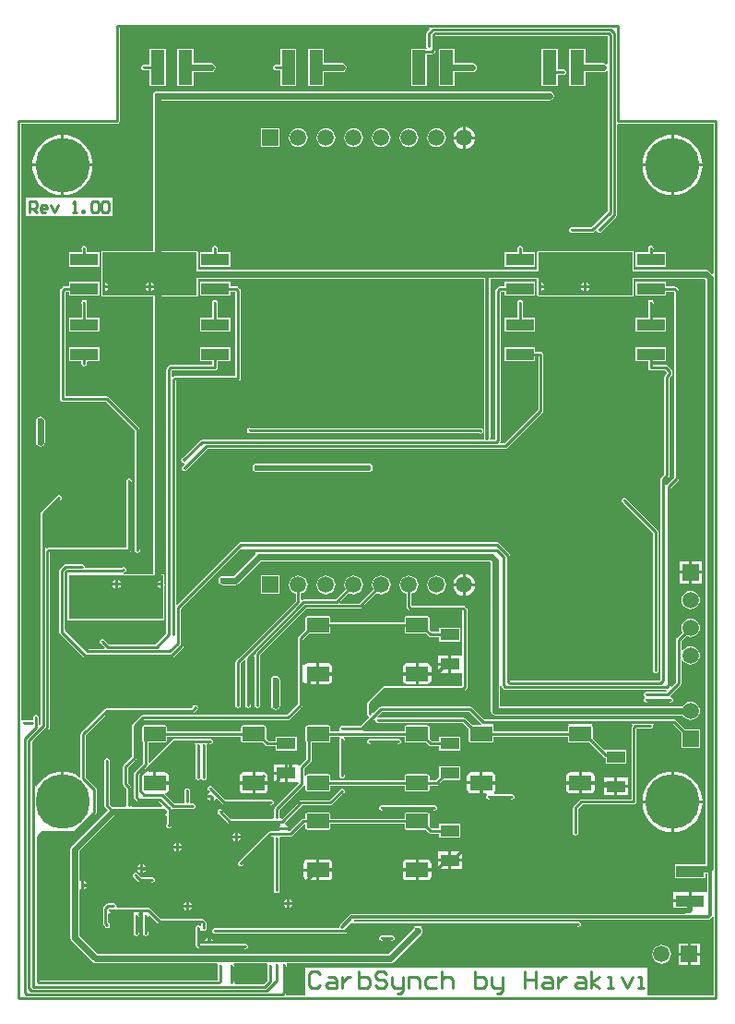
<source format=gtl>
G04*
G04 #@! TF.GenerationSoftware,Altium Limited,Altium Designer,20.1.8 (145)*
G04*
G04 Layer_Physical_Order=1*
G04 Layer_Color=255*
%FSLAX25Y25*%
%MOIN*%
G70*
G04*
G04 #@! TF.SameCoordinates,CC740219-02E3-49CA-8287-50D337AD25DE*
G04*
G04*
G04 #@! TF.FilePolarity,Positive*
G04*
G01*
G75*
%ADD13C,0.01000*%
%ADD14R,0.10236X0.04331*%
%ADD15R,0.06693X0.04331*%
%ADD16R,0.05000X0.12520*%
G04:AMPARAMS|DCode=17|XSize=82.68mil|YSize=54.33mil|CornerRadius=4.08mil|HoleSize=0mil|Usage=FLASHONLY|Rotation=0.000|XOffset=0mil|YOffset=0mil|HoleType=Round|Shape=RoundedRectangle|*
%AMROUNDEDRECTD17*
21,1,0.08268,0.04618,0,0,0.0*
21,1,0.07453,0.05433,0,0,0.0*
1,1,0.00815,0.03726,-0.02309*
1,1,0.00815,-0.03726,-0.02309*
1,1,0.00815,-0.03726,0.02309*
1,1,0.00815,0.03726,0.02309*
%
%ADD17ROUNDEDRECTD17*%
%ADD29C,0.01181*%
%ADD30C,0.02362*%
%ADD31C,0.01968*%
%ADD32C,0.01102*%
%ADD33C,0.19685*%
%ADD34C,0.05906*%
%ADD35R,0.05906X0.05906*%
%ADD36R,0.05906X0.05906*%
%ADD37C,0.01181*%
%ADD38C,0.02362*%
%ADD39C,0.01968*%
G36*
X248742Y534021D02*
X247856Y533134D01*
X247658Y532838D01*
X247589Y532490D01*
Y528408D01*
X247573Y528384D01*
X247497Y528000D01*
X247573Y527616D01*
X247744Y527360D01*
X247664Y527079D01*
X247534Y526860D01*
X246854D01*
X246766Y526843D01*
X241961D01*
Y513535D01*
X247748D01*
Y525038D01*
X249414D01*
X249763Y525107D01*
X250059Y525305D01*
X250644Y525890D01*
X250842Y526186D01*
X250911Y526535D01*
Y531641D01*
X250963Y531693D01*
X313037D01*
X313089Y531641D01*
Y521546D01*
X312809Y521409D01*
X312589Y521355D01*
X312115Y521672D01*
X311500Y521795D01*
X304992D01*
Y526843D01*
X299205D01*
Y513535D01*
X304992D01*
Y518583D01*
X311500D01*
X312115Y518706D01*
X312589Y519023D01*
X312809Y518969D01*
X313089Y518832D01*
Y468377D01*
X307123Y462411D01*
X300408D01*
X300384Y462427D01*
X300000Y462503D01*
X299616Y462427D01*
X299290Y462210D01*
X299073Y461884D01*
X298996Y461500D01*
X299073Y461116D01*
X299290Y460790D01*
X299616Y460573D01*
X300000Y460497D01*
X300384Y460573D01*
X300408Y460589D01*
X307500D01*
X307849Y460658D01*
X308144Y460856D01*
X308537Y461248D01*
X309064Y461118D01*
X309088Y461093D01*
X309290Y460790D01*
X309616Y460573D01*
X310000Y460497D01*
X310384Y460573D01*
X310710Y460790D01*
X310927Y461116D01*
X310933Y461144D01*
X316038Y466249D01*
X316236Y466545D01*
X316305Y466894D01*
Y499440D01*
X316787Y499837D01*
X351309D01*
Y445885D01*
X350809Y445678D01*
X349852Y446635D01*
X349331Y446983D01*
X348717Y447106D01*
X348717Y447106D01*
X322454D01*
Y453473D01*
X322329Y453774D01*
X322301Y453801D01*
X322000Y453926D01*
X288000D01*
X287699Y453801D01*
X287574Y453500D01*
Y447106D01*
X164973D01*
Y453473D01*
X164849Y453774D01*
X164821Y453801D01*
X164520Y453926D01*
X151911D01*
Y508394D01*
X197544D01*
X197544Y508394D01*
X197544Y508394D01*
X244782D01*
X244782Y508394D01*
X292098D01*
X292713Y508517D01*
X293234Y508865D01*
X293582Y509385D01*
X293704Y510000D01*
X293582Y510614D01*
X293234Y511135D01*
X292713Y511483D01*
X292098Y511606D01*
X244782D01*
X244782Y511606D01*
X244782Y511606D01*
X197544D01*
X197544Y511606D01*
X197544Y511606D01*
X150305D01*
X149691Y511483D01*
X149170Y511135D01*
X148822Y510614D01*
X148700Y510000D01*
Y453926D01*
X130520D01*
X130219Y453801D01*
X130094Y453500D01*
Y443032D01*
Y441386D01*
X130093Y441384D01*
X130016Y441000D01*
X130093Y440616D01*
X130094Y440615D01*
Y437849D01*
X130126Y437771D01*
X130126Y437686D01*
X130126Y437686D01*
X130131Y437674D01*
X130191Y437614D01*
X130223Y437536D01*
X130302Y437503D01*
X130360Y437445D01*
X130362Y437443D01*
X130447Y437443D01*
X130525Y437411D01*
X148700D01*
Y337219D01*
X138023D01*
X138001Y337274D01*
X137940Y337719D01*
X138144Y337856D01*
X138356Y338067D01*
X138384Y338073D01*
X138710Y338290D01*
X138927Y338616D01*
X139004Y339000D01*
X138927Y339384D01*
X138710Y339710D01*
X138384Y339927D01*
X138000Y340003D01*
X137616Y339927D01*
X137290Y339710D01*
X137091Y339411D01*
X124346D01*
X123986Y339911D01*
X124004Y340000D01*
X123927Y340384D01*
X123710Y340710D01*
X123384Y340927D01*
X123000Y341003D01*
X122616Y340927D01*
X122592Y340911D01*
X117115D01*
X116766Y340842D01*
X116471Y340644D01*
X114962Y339136D01*
X114764Y338840D01*
X114695Y338492D01*
Y316394D01*
X114764Y316045D01*
X114962Y315749D01*
X123356Y307356D01*
X123651Y307158D01*
X124000Y307089D01*
X155500D01*
X155849Y307158D01*
X156144Y307356D01*
X159644Y310856D01*
X159842Y311151D01*
X159911Y311500D01*
Y324123D01*
X180877Y345089D01*
X185643D01*
X185793Y344783D01*
X185818Y344589D01*
X177835Y336606D01*
X174000D01*
X173386Y336483D01*
X172865Y336135D01*
X172517Y335614D01*
X172394Y335000D01*
X172517Y334385D01*
X172865Y333865D01*
X173386Y333517D01*
X174000Y333394D01*
X178500D01*
X178500Y333394D01*
X179114Y333517D01*
X179635Y333865D01*
X187665Y341894D01*
X270451D01*
X270894Y341451D01*
Y287925D01*
X271017Y287311D01*
X271365Y286790D01*
X271885Y286442D01*
X272500Y286319D01*
X272876Y286394D01*
X340043D01*
X340077Y286312D01*
X340613Y285613D01*
X341312Y285077D01*
X342126Y284740D01*
X343000Y284625D01*
X343874Y284740D01*
X344688Y285077D01*
X345387Y285613D01*
X345923Y286312D01*
X346260Y287126D01*
X346375Y288000D01*
X346260Y288874D01*
X345923Y289688D01*
X345387Y290387D01*
X344688Y290923D01*
X343874Y291260D01*
X343000Y291375D01*
X342126Y291260D01*
X341312Y290923D01*
X340613Y290387D01*
X340077Y289688D01*
X340043Y289606D01*
X274106D01*
Y296952D01*
X274606Y297001D01*
X274658Y296737D01*
X274856Y296442D01*
X275442Y295856D01*
X275737Y295658D01*
X276086Y295589D01*
X334216D01*
X334474Y295156D01*
X334482Y295104D01*
X334341Y294911D01*
X327408D01*
X327384Y294927D01*
X327000Y295004D01*
X326616Y294927D01*
X326290Y294710D01*
X326073Y294384D01*
X325996Y294000D01*
X326073Y293616D01*
X326290Y293290D01*
Y292710D01*
X326073Y292384D01*
X325996Y292000D01*
X326073Y291616D01*
X326290Y291290D01*
X326616Y291073D01*
X327000Y290997D01*
X327384Y291073D01*
X327408Y291089D01*
X335258D01*
X335281Y291073D01*
X335665Y290997D01*
X336049Y291073D01*
X336375Y291290D01*
X336593Y291616D01*
X336669Y292000D01*
X336593Y292384D01*
X336375Y292710D01*
X336049Y292927D01*
X335854Y292966D01*
X335823Y293006D01*
X335680Y293478D01*
X339382Y297179D01*
X339580Y297475D01*
X339649Y297824D01*
Y306087D01*
X339760Y306145D01*
X340149Y306218D01*
X340613Y305613D01*
X341312Y305077D01*
X342126Y304740D01*
X343000Y304625D01*
X343874Y304740D01*
X344688Y305077D01*
X345387Y305613D01*
X345923Y306312D01*
X346260Y307126D01*
X346375Y308000D01*
X346260Y308874D01*
X345923Y309688D01*
X345387Y310387D01*
X344688Y310923D01*
X343874Y311260D01*
X343000Y311375D01*
X342126Y311260D01*
X341312Y310923D01*
X340613Y310387D01*
X340149Y309782D01*
X339760Y309855D01*
X339649Y309913D01*
Y313360D01*
X341350Y315061D01*
X342126Y314740D01*
X343000Y314625D01*
X343874Y314740D01*
X344688Y315077D01*
X345387Y315613D01*
X345923Y316312D01*
X346260Y317126D01*
X346375Y318000D01*
X346260Y318874D01*
X345923Y319688D01*
X345387Y320387D01*
X344688Y320923D01*
X343874Y321260D01*
X343000Y321375D01*
X342126Y321260D01*
X341312Y320923D01*
X340613Y320387D01*
X340077Y319688D01*
X339740Y318874D01*
X339625Y318000D01*
X339740Y317126D01*
X340061Y316350D01*
X338093Y314382D01*
X337896Y314087D01*
X337827Y313738D01*
Y298201D01*
X336349Y296723D01*
X335888Y296970D01*
X335911Y297086D01*
Y368373D01*
X338644Y371106D01*
X338842Y371401D01*
X338911Y371750D01*
Y439500D01*
X338842Y439849D01*
X338644Y440144D01*
X337829Y440959D01*
X337534Y441157D01*
X337185Y441226D01*
X334110D01*
Y442874D01*
X323087D01*
Y437756D01*
X334110D01*
Y439404D01*
X336808D01*
X337089Y439123D01*
Y372127D01*
X334411Y369450D01*
X334183Y369486D01*
X333911Y369629D01*
Y371123D01*
X335144Y372356D01*
X335342Y372651D01*
X335411Y373000D01*
Y408123D01*
X336230Y408942D01*
X336428Y409237D01*
X336497Y409586D01*
Y410414D01*
X336428Y410763D01*
X336230Y411059D01*
X334743Y412546D01*
X334447Y412744D01*
X334098Y412813D01*
X329534D01*
Y414134D01*
X334110D01*
Y419252D01*
X323087D01*
Y414134D01*
X327712D01*
Y412310D01*
X327696Y412286D01*
X327619Y411902D01*
X327696Y411518D01*
X327913Y411192D01*
X328239Y410975D01*
X328623Y410898D01*
X329007Y410975D01*
X329031Y410990D01*
X333721D01*
X334675Y410037D01*
Y409963D01*
X333856Y409144D01*
X333658Y408849D01*
X333589Y408500D01*
Y373377D01*
X332356Y372144D01*
X332158Y371849D01*
X332089Y371500D01*
Y299377D01*
X331623Y298911D01*
X277963D01*
X277911Y298963D01*
Y344000D01*
X277842Y344349D01*
X277644Y344644D01*
X273644Y348644D01*
X273349Y348842D01*
X273000Y348911D01*
X180500D01*
X180151Y348842D01*
X179856Y348644D01*
X157533Y326322D01*
X157033Y326529D01*
Y407037D01*
X157085Y407089D01*
X179500D01*
X179849Y407158D01*
X180144Y407356D01*
X180342Y407651D01*
X180411Y408000D01*
Y439729D01*
X180342Y440078D01*
X180144Y440374D01*
X179559Y440959D01*
X179263Y441157D01*
X178914Y441226D01*
X176630D01*
Y442874D01*
X165606D01*
Y437756D01*
X176630D01*
Y439404D01*
X178537D01*
X178589Y439352D01*
Y408911D01*
X156708D01*
X156359Y408842D01*
X156063Y408644D01*
X155911Y408492D01*
X155411Y408699D01*
Y410963D01*
X155463Y411015D01*
X170710D01*
X170734Y410999D01*
X171118Y410923D01*
X171502Y410999D01*
X171828Y411216D01*
X172045Y411542D01*
X172122Y411926D01*
X172045Y412310D01*
X172029Y412334D01*
Y414134D01*
X176630D01*
Y419252D01*
X165606D01*
Y414134D01*
X170207D01*
Y412837D01*
X155086D01*
X154737Y412768D01*
X154441Y412570D01*
X153856Y411985D01*
X153658Y411689D01*
X153589Y411340D01*
Y315877D01*
X149623Y311911D01*
X132877D01*
X131433Y313356D01*
X131427Y313384D01*
X131210Y313710D01*
X130884Y313927D01*
X130500Y314003D01*
X130116Y313927D01*
X129790Y313710D01*
X129573Y313384D01*
X129497Y313000D01*
X129573Y312616D01*
X129790Y312290D01*
X130116Y312073D01*
X130144Y312067D01*
X131377Y310834D01*
X131170Y310334D01*
X125455D01*
X117911Y317877D01*
Y320438D01*
X117912Y320440D01*
X118411Y320731D01*
X118476Y320704D01*
X152476D01*
X152778Y320829D01*
X152902Y321130D01*
Y331714D01*
Y333244D01*
X152903Y333246D01*
X152980Y333630D01*
X152903Y334014D01*
X152902Y334015D01*
Y336781D01*
X152870Y336859D01*
X152870Y336944D01*
X152870Y336944D01*
X152865Y336956D01*
X152805Y337016D01*
X152773Y337094D01*
X152694Y337127D01*
X152636Y337185D01*
X152634Y337187D01*
X152550Y337187D01*
X152471Y337219D01*
X151911D01*
Y437411D01*
X164547D01*
X164849Y437536D01*
X164973Y437837D01*
Y443894D01*
X268587D01*
Y386825D01*
X268545Y386762D01*
X268469Y386378D01*
X268483Y386305D01*
X268116Y385805D01*
X166394D01*
X166045Y385736D01*
X165749Y385538D01*
X159568Y379356D01*
X159541Y379351D01*
X159216Y379134D01*
X158998Y378808D01*
X158922Y378424D01*
X158998Y378040D01*
X159216Y377714D01*
X159541Y377497D01*
X159925Y377420D01*
X160171Y376959D01*
X159644Y376433D01*
X159616Y376427D01*
X159290Y376210D01*
X159073Y375884D01*
X158996Y375500D01*
X159073Y375116D01*
X159290Y374790D01*
X159616Y374573D01*
X160000Y374497D01*
X160384Y374573D01*
X160710Y374790D01*
X160927Y375116D01*
X160933Y375144D01*
X168377Y382589D01*
X276038D01*
X276387Y382658D01*
X276682Y382856D01*
X289559Y395732D01*
X289756Y396027D01*
X289825Y396376D01*
Y416693D01*
X289756Y417041D01*
X289559Y417337D01*
X289263Y417535D01*
X288914Y417604D01*
X286866D01*
Y419252D01*
X275842D01*
Y414134D01*
X286866D01*
Y415782D01*
X288003D01*
Y396754D01*
X275661Y384411D01*
X274341D01*
X274195Y384911D01*
X274342Y385131D01*
X274411Y385479D01*
Y400092D01*
X274427Y400116D01*
X274503Y400500D01*
X274427Y400884D01*
X274411Y400908D01*
Y439352D01*
X274463Y439404D01*
X275842D01*
Y437756D01*
X286866D01*
Y442874D01*
X275842D01*
Y441226D01*
X274086D01*
X273737Y441157D01*
X273442Y440959D01*
X272856Y440374D01*
X272658Y440078D01*
X272589Y439729D01*
Y400908D01*
X272573Y400884D01*
X272497Y400500D01*
X272573Y400116D01*
X272589Y400092D01*
Y385857D01*
X272537Y385805D01*
X270868D01*
X270556Y386305D01*
X270594Y386496D01*
Y443894D01*
X287574D01*
Y441386D01*
X287573Y441384D01*
X287496Y441000D01*
X287573Y440616D01*
X287574Y440615D01*
Y437849D01*
X287606Y437771D01*
X287606Y437686D01*
X287606Y437686D01*
X287611Y437674D01*
X287671Y437614D01*
X287704Y437536D01*
X287782Y437503D01*
X287841Y437445D01*
X287842Y437443D01*
X287927Y437443D01*
X288005Y437411D01*
X322027D01*
X322329Y437536D01*
X322454Y437837D01*
Y443894D01*
X348052D01*
X348495Y443451D01*
Y233000D01*
X348327Y232570D01*
X337303D01*
Y227451D01*
X348327D01*
Y229239D01*
X348996D01*
Y223020D01*
X348933Y222546D01*
X343315D01*
Y219380D01*
X342815D01*
Y218881D01*
X336697D01*
Y216215D01*
X340507D01*
X340792Y215868D01*
X340946Y215093D01*
X341045Y214945D01*
X340810Y214504D01*
X220500D01*
X220116Y214427D01*
X219790Y214210D01*
X216290Y210710D01*
X216073Y210384D01*
X215997Y210000D01*
X216012Y209920D01*
X215648Y209420D01*
X171401D01*
X171377Y209436D01*
X170993Y209512D01*
X170609Y209436D01*
X170283Y209219D01*
X170066Y208893D01*
X169990Y208509D01*
X170066Y208125D01*
X170283Y207799D01*
X170609Y207582D01*
X170993Y207505D01*
X171377Y207582D01*
X171401Y207598D01*
X218009D01*
X218358Y207667D01*
X218653Y207865D01*
X220877Y210089D01*
X243235D01*
X243390Y209631D01*
X243391Y209589D01*
X233908Y200106D01*
X128665D01*
X122106Y206665D01*
Y223264D01*
X122606Y223531D01*
X122650Y223502D01*
X122770Y223478D01*
Y225000D01*
Y226522D01*
X122650Y226498D01*
X122606Y226469D01*
X122106Y226736D01*
Y237335D01*
X134845Y250074D01*
X144483D01*
X144483Y250074D01*
X144563Y250090D01*
X152555D01*
X152556Y250090D01*
X153170Y250212D01*
X153220Y250245D01*
X153720Y249978D01*
Y247104D01*
X153573Y246884D01*
X153497Y246500D01*
X153573Y246116D01*
X153790Y245790D01*
X154116Y245573D01*
X154500Y245497D01*
X154884Y245573D01*
X155210Y245790D01*
X155427Y246116D01*
X155455Y246255D01*
X155473Y246282D01*
X155542Y246631D01*
Y252165D01*
X155972Y252586D01*
X156020Y252589D01*
X162592D01*
X162616Y252573D01*
X163000Y252497D01*
X163384Y252573D01*
X163710Y252790D01*
X163927Y253116D01*
X164004Y253500D01*
X163927Y253884D01*
X163710Y254210D01*
X163384Y254427D01*
X163000Y254503D01*
X162616Y254427D01*
X162219Y254684D01*
X162093Y254911D01*
X162145Y255175D01*
X162069Y255559D01*
X162053Y255583D01*
Y258734D01*
X162069Y258758D01*
X162145Y259142D01*
X162069Y259526D01*
X161851Y259851D01*
X161526Y260069D01*
X161142Y260145D01*
X160758Y260069D01*
X160432Y259851D01*
X160214Y259526D01*
X160138Y259142D01*
X160214Y258758D01*
X160230Y258734D01*
Y255583D01*
X160214Y255559D01*
X160138Y255175D01*
X160190Y254911D01*
X159983Y254538D01*
X159867Y254411D01*
X156353D01*
X152998Y257766D01*
X152998Y257876D01*
X153172Y258299D01*
X153543Y258373D01*
X154009Y258684D01*
X154320Y259150D01*
X154429Y259699D01*
Y261508D01*
X149268D01*
Y262008D01*
X148768D01*
Y265752D01*
X147248D01*
X147041Y266252D01*
X156877Y276089D01*
X163644D01*
X164011Y275589D01*
X163997Y275516D01*
X164073Y275132D01*
X164089Y275108D01*
Y264408D01*
X164073Y264384D01*
X163997Y264000D01*
X164073Y263616D01*
X164290Y263290D01*
X164616Y263073D01*
X165000Y262997D01*
X165384Y263073D01*
X165710Y263290D01*
X166308Y263287D01*
X166338Y263243D01*
X166663Y263026D01*
X167047Y262949D01*
X167431Y263026D01*
X167757Y263243D01*
X167974Y263569D01*
X168051Y263953D01*
X167974Y264337D01*
X167958Y264361D01*
Y275108D01*
X167974Y275132D01*
X168051Y275516D01*
X168036Y275589D01*
X168404Y276089D01*
X169092D01*
X169116Y276073D01*
X169500Y275996D01*
X169884Y276073D01*
X170210Y276290D01*
X170427Y276616D01*
X170503Y277000D01*
X170427Y277384D01*
X170210Y277710D01*
X169884Y277927D01*
X169500Y278004D01*
X169116Y277927D01*
X169092Y277911D01*
X156500D01*
X156151Y277842D01*
X155856Y277644D01*
X147415Y269203D01*
X146953Y269395D01*
Y276520D01*
X152994D01*
X153307Y276582D01*
X153572Y276759D01*
X153749Y277024D01*
X153811Y277337D01*
Y278735D01*
X180551D01*
Y277337D01*
X180614Y277024D01*
X180791Y276759D01*
X181056Y276582D01*
X181368Y276520D01*
X188349D01*
X189371Y275498D01*
X189667Y275300D01*
X190016Y275231D01*
X193166D01*
Y273583D01*
X200646D01*
Y278701D01*
X193166D01*
Y277053D01*
X190393D01*
X189638Y277808D01*
Y281955D01*
X189576Y282267D01*
X189399Y282533D01*
X189134Y282710D01*
X188821Y282772D01*
X181368D01*
X181056Y282710D01*
X180791Y282533D01*
X180614Y282267D01*
X180551Y281955D01*
Y280557D01*
X153811D01*
Y281955D01*
X153749Y282267D01*
X153572Y282533D01*
X153307Y282710D01*
X152994Y282772D01*
X145541D01*
X145229Y282710D01*
X144964Y282533D01*
X144787Y282267D01*
X144725Y281955D01*
Y277337D01*
X144787Y277024D01*
X144964Y276759D01*
X145130Y276648D01*
Y269006D01*
X141962Y265837D01*
X141764Y265542D01*
X141695Y265193D01*
Y256979D01*
X141764Y256631D01*
X141962Y256335D01*
X142941Y255356D01*
X143237Y255158D01*
X143586Y255089D01*
X150809D01*
X152096Y253801D01*
X151889Y253301D01*
X144499D01*
X144499Y253301D01*
X144419Y253285D01*
X141286D01*
X140919Y253785D01*
X140935Y253861D01*
X140858Y254245D01*
X140842Y254269D01*
Y260275D01*
X140773Y260623D01*
X140575Y260919D01*
X139696Y261798D01*
Y267408D01*
X142644Y270356D01*
X142842Y270651D01*
X142911Y271000D01*
Y282123D01*
X145377Y284589D01*
X197500D01*
X197849Y284658D01*
X198144Y284856D01*
X202644Y289356D01*
X202842Y289651D01*
X202911Y290000D01*
Y298158D01*
X203411Y298309D01*
X203582Y298054D01*
X204047Y297743D01*
X204596Y297634D01*
X207823D01*
Y301378D01*
Y305122D01*
X204596D01*
X204047Y305013D01*
X203582Y304702D01*
X203411Y304447D01*
X202911Y304598D01*
Y313733D01*
X205068Y315890D01*
X212049D01*
X212362Y315952D01*
X212627Y316129D01*
X212804Y316394D01*
X212866Y316707D01*
Y318105D01*
X239606D01*
Y316707D01*
X239668Y316394D01*
X239846Y316129D01*
X240111Y315952D01*
X240423Y315890D01*
X247404D01*
X248427Y314868D01*
X248722Y314670D01*
X249071Y314601D01*
X252220D01*
Y312953D01*
X259701D01*
Y318071D01*
X252220D01*
Y316423D01*
X249448D01*
X248693Y317179D01*
Y321325D01*
X248631Y321638D01*
X248454Y321903D01*
X248189Y322080D01*
X247876Y322142D01*
X240423D01*
X240111Y322080D01*
X239846Y321903D01*
X239668Y321638D01*
X239606Y321325D01*
Y319927D01*
X212866D01*
Y321325D01*
X212804Y321638D01*
X212627Y321903D01*
X212362Y322080D01*
X212049Y322142D01*
X204596D01*
X204284Y322080D01*
X204019Y321903D01*
X203842Y321638D01*
X203780Y321325D01*
Y317179D01*
X201356Y314755D01*
X201158Y314459D01*
X201089Y314110D01*
Y290377D01*
X197123Y286411D01*
X145000D01*
X144651Y286342D01*
X144356Y286144D01*
X141356Y283144D01*
X141158Y282849D01*
X141089Y282500D01*
Y271377D01*
X138141Y268429D01*
X137943Y268134D01*
X137874Y267785D01*
Y261420D01*
X137943Y261072D01*
X138141Y260776D01*
X139020Y259897D01*
Y254269D01*
X139004Y254245D01*
X138927Y253861D01*
X138943Y253785D01*
X138576Y253285D01*
X134180D01*
X134180Y253285D01*
X133977Y253245D01*
X132963Y254259D01*
Y269799D01*
X133003Y270001D01*
X132927Y270385D01*
X132709Y270710D01*
X132384Y270928D01*
X131999Y271004D01*
X131615Y270928D01*
X131290Y270710D01*
X131072Y270385D01*
X130996Y270001D01*
X131036Y269799D01*
Y253860D01*
X131109Y253491D01*
X131318Y253179D01*
X132363Y252134D01*
X119365Y239135D01*
X119017Y238615D01*
X118894Y238000D01*
X118894Y238000D01*
Y206000D01*
X118894Y206000D01*
X119017Y205385D01*
X119365Y204865D01*
X126865Y197365D01*
X126865Y197365D01*
X127385Y197017D01*
X128000Y196894D01*
X171812D01*
X172080Y196394D01*
X172073Y196384D01*
X171996Y196000D01*
X172073Y195616D01*
X172089Y195592D01*
Y190751D01*
X172037Y190699D01*
X107963D01*
X107911Y190751D01*
Y242123D01*
X109220Y243431D01*
X120447D01*
X120796Y243501D01*
X121091Y243698D01*
X128144Y250751D01*
X128342Y251047D01*
X128411Y251396D01*
Y259500D01*
X128342Y259849D01*
X128144Y260144D01*
X124411Y263877D01*
Y279123D01*
X132377Y287089D01*
X163000D01*
X163349Y287158D01*
X163644Y287356D01*
X163804Y287594D01*
X164426Y288217D01*
X164672Y288381D01*
X164890Y288706D01*
X164966Y289090D01*
X164890Y289475D01*
X164672Y289800D01*
X164347Y290018D01*
X163962Y290094D01*
X163578Y290018D01*
X163253Y289800D01*
X163035Y289475D01*
X163018Y289385D01*
X162543Y288911D01*
X132000D01*
X131651Y288842D01*
X131356Y288644D01*
X122856Y280144D01*
X122658Y279849D01*
X122589Y279500D01*
Y264344D01*
X122089Y264064D01*
X120938Y264769D01*
X119361Y265423D01*
X117701Y265821D01*
X116500Y265915D01*
Y255079D01*
X115500D01*
Y265915D01*
X114299Y265821D01*
X112639Y265423D01*
X111062Y264769D01*
X109607Y263878D01*
X108309Y262769D01*
X107201Y261472D01*
X106675Y260613D01*
X106175Y260754D01*
Y276415D01*
X111144Y281385D01*
X111342Y281680D01*
X111411Y282029D01*
Y345037D01*
X111463Y345089D01*
X140000D01*
X140349Y345158D01*
X140644Y345356D01*
X140842Y345651D01*
X140911Y346000D01*
Y370592D01*
X140927Y370616D01*
X141004Y371000D01*
X140927Y371384D01*
X140710Y371710D01*
X140384Y371927D01*
X140000Y372004D01*
X139616Y371927D01*
X139290Y371710D01*
X139073Y371384D01*
X138997Y371000D01*
X139073Y370616D01*
X139089Y370592D01*
Y346911D01*
X111086D01*
X110737Y346842D01*
X110442Y346644D01*
X110373Y346576D01*
X109911Y346767D01*
Y358757D01*
X115068Y363914D01*
X115097Y363920D01*
X115422Y364138D01*
X115640Y364463D01*
X115716Y364847D01*
X115640Y365231D01*
X115422Y365557D01*
X115097Y365774D01*
X114713Y365851D01*
X114329Y365774D01*
X114003Y365557D01*
X113786Y365231D01*
X113780Y365203D01*
X108356Y359779D01*
X108158Y359483D01*
X108089Y359135D01*
Y283099D01*
X107911Y282965D01*
X107411Y283215D01*
Y285092D01*
X107427Y285116D01*
X107503Y285500D01*
X107427Y285884D01*
X107210Y286210D01*
X106884Y286427D01*
X106500Y286504D01*
X106116Y286427D01*
X105790Y286210D01*
X105573Y285884D01*
X105497Y285500D01*
X105573Y285116D01*
X105589Y285092D01*
Y284846D01*
X105089Y284486D01*
X105000Y284504D01*
X104616Y284427D01*
X104592Y284411D01*
X102408D01*
X102384Y284427D01*
X102000Y284504D01*
X101663Y284436D01*
X101581Y284450D01*
X101163Y284726D01*
Y499837D01*
X135685D01*
X136034Y499906D01*
X136329Y500104D01*
X136527Y500399D01*
X136596Y500748D01*
Y534482D01*
X248551D01*
X248742Y534021D01*
D02*
G37*
G36*
X322027Y453473D02*
Y437837D01*
X288005D01*
X288000Y437849D01*
Y438968D01*
Y439084D01*
Y441000D01*
Y442916D01*
Y443032D01*
Y453500D01*
X322000D01*
X322027Y453473D01*
D02*
G37*
G36*
X164547D02*
Y437837D01*
X130525D01*
X130520Y437849D01*
Y438968D01*
Y439084D01*
Y441000D01*
Y442916D01*
Y443032D01*
Y453500D01*
X164520D01*
X164547Y453473D01*
D02*
G37*
G36*
X152476Y336781D02*
Y335662D01*
Y333630D01*
Y331714D01*
Y321130D01*
X118476D01*
X118449Y321158D01*
Y336793D01*
X152471D01*
X152476Y336781D01*
D02*
G37*
G36*
X351309Y213480D02*
Y185124D01*
X327355D01*
Y195391D01*
X203606D01*
Y185124D01*
X196836D01*
X196693Y185624D01*
X196842Y185847D01*
X196911Y186196D01*
Y195696D01*
X196927Y195720D01*
X197003Y196104D01*
X196946Y196394D01*
X197125Y196732D01*
X197257Y196894D01*
X234573D01*
X234573Y196894D01*
X235188Y197017D01*
X235709Y197365D01*
X245672Y207328D01*
X245672Y207328D01*
X246020Y207849D01*
X246142Y208463D01*
X246020Y209078D01*
X245679Y209589D01*
X245690Y209652D01*
X245838Y210089D01*
X301946D01*
X301969Y210074D01*
X302353Y209997D01*
X302737Y210074D01*
X303062Y210291D01*
X303280Y210617D01*
X303356Y211001D01*
X303280Y211385D01*
X303062Y211711D01*
X302737Y211928D01*
X302353Y212004D01*
X301969Y211928D01*
X301943Y211911D01*
X221547D01*
X221279Y212411D01*
X221336Y212496D01*
X349308D01*
X349692Y212573D01*
X350018Y212790D01*
X350710Y213482D01*
X350809Y213631D01*
X351309Y213480D01*
D02*
G37*
G36*
X190082Y196394D02*
X190073Y196380D01*
X189997Y195996D01*
X190073Y195612D01*
X190089Y195589D01*
Y190561D01*
X188833Y189305D01*
X178275D01*
X177965Y189805D01*
X178004Y190000D01*
X177927Y190384D01*
X177911Y190408D01*
Y195592D01*
X177927Y195616D01*
X178004Y196000D01*
X177927Y196384D01*
X177920Y196394D01*
X178188Y196894D01*
X189815D01*
X190082Y196394D01*
D02*
G37*
%LPC*%
G36*
X200504Y526843D02*
X194717D01*
Y521100D01*
X193408D01*
X193384Y521116D01*
X193000Y521193D01*
X192616Y521116D01*
X192290Y520899D01*
X192073Y520573D01*
X191997Y520189D01*
X192073Y519805D01*
X192290Y519479D01*
X192616Y519262D01*
X193000Y519185D01*
X193384Y519262D01*
X193408Y519278D01*
X194717D01*
Y513535D01*
X200504D01*
Y526843D01*
D02*
G37*
G36*
X153260D02*
X147473D01*
Y521100D01*
X145719D01*
X145695Y521116D01*
X145311Y521193D01*
X144927Y521116D01*
X144601Y520899D01*
X144384Y520573D01*
X144307Y520189D01*
X144384Y519805D01*
X144601Y519479D01*
X144927Y519262D01*
X145311Y519185D01*
X145695Y519262D01*
X145719Y519278D01*
X147473D01*
Y513535D01*
X153260D01*
Y526843D01*
D02*
G37*
G36*
X294992D02*
X289205D01*
Y513535D01*
X294992D01*
Y517589D01*
X296592D01*
X296616Y517573D01*
X297000Y517496D01*
X297384Y517573D01*
X297710Y517790D01*
X297927Y518116D01*
X298004Y518500D01*
X297927Y518884D01*
X297710Y519210D01*
X297384Y519427D01*
X297000Y519503D01*
X296616Y519427D01*
X296592Y519411D01*
X294992D01*
Y526843D01*
D02*
G37*
G36*
X257748D02*
X251961D01*
Y513535D01*
X257748D01*
Y518583D01*
X264256D01*
X264871Y518706D01*
X265391Y519054D01*
X265739Y519574D01*
X265862Y520189D01*
X265739Y520803D01*
X265391Y521324D01*
X264871Y521672D01*
X264256Y521795D01*
X257748D01*
Y526843D01*
D02*
G37*
G36*
X210504D02*
X204716D01*
Y513535D01*
X210504D01*
Y518583D01*
X217012D01*
X217626Y518706D01*
X218147Y519054D01*
X218495Y519574D01*
X218618Y520189D01*
X218495Y520803D01*
X218147Y521324D01*
X217626Y521672D01*
X217012Y521795D01*
X210504D01*
Y526843D01*
D02*
G37*
G36*
X163260D02*
X157473D01*
Y513535D01*
X163260D01*
Y518583D01*
X169768D01*
X170382Y518706D01*
X170903Y519054D01*
X171251Y519574D01*
X171373Y520189D01*
X171251Y520803D01*
X170903Y521324D01*
X170382Y521672D01*
X169768Y521795D01*
X163260D01*
Y526843D01*
D02*
G37*
G36*
X261736Y498764D02*
Y495342D01*
X265157D01*
X265087Y495874D01*
X264689Y496836D01*
X264055Y497662D01*
X263230Y498295D01*
X262268Y498694D01*
X261736Y498764D01*
D02*
G37*
G36*
X260736D02*
X260204Y498694D01*
X259243Y498295D01*
X258417Y497662D01*
X257784Y496836D01*
X257385Y495874D01*
X257315Y495342D01*
X260736D01*
Y498764D01*
D02*
G37*
G36*
X194583Y498189D02*
X187890D01*
Y491496D01*
X194583D01*
Y498189D01*
D02*
G37*
G36*
X251236Y498218D02*
X250363Y498103D01*
X249549Y497766D01*
X248850Y497229D01*
X248313Y496530D01*
X247976Y495716D01*
X247861Y494842D01*
X247976Y493969D01*
X248313Y493155D01*
X248850Y492456D01*
X249549Y491919D01*
X250363Y491582D01*
X251236Y491467D01*
X252110Y491582D01*
X252924Y491919D01*
X253623Y492456D01*
X254159Y493155D01*
X254497Y493969D01*
X254611Y494842D01*
X254497Y495716D01*
X254159Y496530D01*
X253623Y497229D01*
X252924Y497766D01*
X252110Y498103D01*
X251236Y498218D01*
D02*
G37*
G36*
X241236D02*
X240363Y498103D01*
X239548Y497766D01*
X238849Y497229D01*
X238313Y496530D01*
X237976Y495716D01*
X237861Y494842D01*
X237976Y493969D01*
X238313Y493155D01*
X238849Y492456D01*
X239548Y491919D01*
X240363Y491582D01*
X241236Y491467D01*
X242110Y491582D01*
X242924Y491919D01*
X243623Y492456D01*
X244159Y493155D01*
X244496Y493969D01*
X244612Y494842D01*
X244496Y495716D01*
X244159Y496530D01*
X243623Y497229D01*
X242924Y497766D01*
X242110Y498103D01*
X241236Y498218D01*
D02*
G37*
G36*
X231236D02*
X230363Y498103D01*
X229549Y497766D01*
X228850Y497229D01*
X228313Y496530D01*
X227976Y495716D01*
X227861Y494842D01*
X227976Y493969D01*
X228313Y493155D01*
X228850Y492456D01*
X229549Y491919D01*
X230363Y491582D01*
X231236Y491467D01*
X232110Y491582D01*
X232924Y491919D01*
X233623Y492456D01*
X234159Y493155D01*
X234496Y493969D01*
X234612Y494842D01*
X234496Y495716D01*
X234159Y496530D01*
X233623Y497229D01*
X232924Y497766D01*
X232110Y498103D01*
X231236Y498218D01*
D02*
G37*
G36*
X221236D02*
X220363Y498103D01*
X219549Y497766D01*
X218849Y497229D01*
X218313Y496530D01*
X217976Y495716D01*
X217861Y494842D01*
X217976Y493969D01*
X218313Y493155D01*
X218849Y492456D01*
X219549Y491919D01*
X220363Y491582D01*
X221236Y491467D01*
X222110Y491582D01*
X222924Y491919D01*
X223623Y492456D01*
X224159Y493155D01*
X224497Y493969D01*
X224611Y494842D01*
X224497Y495716D01*
X224159Y496530D01*
X223623Y497229D01*
X222924Y497766D01*
X222110Y498103D01*
X221236Y498218D01*
D02*
G37*
G36*
X211236D02*
X210363Y498103D01*
X209548Y497766D01*
X208850Y497229D01*
X208313Y496530D01*
X207976Y495716D01*
X207861Y494842D01*
X207976Y493969D01*
X208313Y493155D01*
X208850Y492456D01*
X209548Y491919D01*
X210363Y491582D01*
X211236Y491467D01*
X212110Y491582D01*
X212924Y491919D01*
X213623Y492456D01*
X214159Y493155D01*
X214496Y493969D01*
X214612Y494842D01*
X214496Y495716D01*
X214159Y496530D01*
X213623Y497229D01*
X212924Y497766D01*
X212110Y498103D01*
X211236Y498218D01*
D02*
G37*
G36*
X201236D02*
X200363Y498103D01*
X199548Y497766D01*
X198849Y497229D01*
X198313Y496530D01*
X197976Y495716D01*
X197861Y494842D01*
X197976Y493969D01*
X198313Y493155D01*
X198849Y492456D01*
X199548Y491919D01*
X200363Y491582D01*
X201236Y491467D01*
X202110Y491582D01*
X202924Y491919D01*
X203623Y492456D01*
X204159Y493155D01*
X204497Y493969D01*
X204611Y494842D01*
X204497Y495716D01*
X204159Y496530D01*
X203623Y497229D01*
X202924Y497766D01*
X202110Y498103D01*
X201236Y498218D01*
D02*
G37*
G36*
X265157Y494343D02*
X261736D01*
Y490921D01*
X262268Y490991D01*
X263230Y491390D01*
X264055Y492023D01*
X264689Y492849D01*
X265087Y493811D01*
X265157Y494343D01*
D02*
G37*
G36*
X260736D02*
X257315D01*
X257385Y493811D01*
X257784Y492849D01*
X258417Y492023D01*
X259243Y491390D01*
X260204Y490991D01*
X260736Y490921D01*
Y494343D01*
D02*
G37*
G36*
X336972Y495837D02*
Y485500D01*
X347309D01*
X347215Y486701D01*
X346816Y488361D01*
X346163Y489938D01*
X345271Y491393D01*
X344163Y492691D01*
X342865Y493799D01*
X341410Y494691D01*
X339833Y495344D01*
X338174Y495742D01*
X336972Y495837D01*
D02*
G37*
G36*
X335972D02*
X334771Y495742D01*
X333112Y495344D01*
X331535Y494691D01*
X330080Y493799D01*
X328782Y492691D01*
X327674Y491393D01*
X326782Y489938D01*
X326129Y488361D01*
X325730Y486701D01*
X325636Y485500D01*
X335972D01*
Y495837D01*
D02*
G37*
G36*
X116500D02*
Y485500D01*
X126837D01*
X126742Y486701D01*
X126344Y488361D01*
X125691Y489938D01*
X124799Y491393D01*
X123690Y492691D01*
X122393Y493799D01*
X120938Y494691D01*
X119361Y495344D01*
X117701Y495742D01*
X116500Y495837D01*
D02*
G37*
G36*
X115500D02*
X114299Y495742D01*
X112639Y495344D01*
X111062Y494691D01*
X109607Y493799D01*
X108309Y492691D01*
X107201Y491393D01*
X106309Y489938D01*
X105656Y488361D01*
X105258Y486701D01*
X105163Y485500D01*
X115500D01*
Y495837D01*
D02*
G37*
G36*
X347309Y484500D02*
X336972D01*
Y474163D01*
X338174Y474258D01*
X339833Y474656D01*
X341410Y475309D01*
X342865Y476201D01*
X344163Y477310D01*
X345271Y478607D01*
X346163Y480062D01*
X346816Y481639D01*
X347215Y483299D01*
X347309Y484500D01*
D02*
G37*
G36*
X335972D02*
X325636D01*
X325730Y483299D01*
X326129Y481639D01*
X326782Y480062D01*
X327674Y478607D01*
X328782Y477310D01*
X330080Y476201D01*
X331535Y475309D01*
X333112Y474656D01*
X334771Y474258D01*
X335972Y474163D01*
Y484500D01*
D02*
G37*
G36*
X126837D02*
X116500D01*
Y474163D01*
X117701Y474258D01*
X119361Y474656D01*
X120938Y475309D01*
X122393Y476201D01*
X123690Y477310D01*
X124799Y478607D01*
X125691Y480062D01*
X126344Y481639D01*
X126742Y483299D01*
X126837Y484500D01*
D02*
G37*
G36*
X115500D02*
X105163D01*
X105258Y483299D01*
X105656Y481639D01*
X106309Y480062D01*
X107201Y478607D01*
X108309Y477310D01*
X109607Y476201D01*
X111062Y475309D01*
X112639Y474656D01*
X114299Y474258D01*
X115500Y474163D01*
Y484500D01*
D02*
G37*
G36*
X134256Y473329D02*
X102606D01*
Y466606D01*
X134256D01*
Y473329D01*
D02*
G37*
G36*
X328610Y455917D02*
X328226Y455840D01*
X327901Y455623D01*
X327683Y455297D01*
X327607Y454913D01*
X327683Y454529D01*
X327687Y454523D01*
Y453504D01*
X323087D01*
Y448386D01*
X334110D01*
Y453504D01*
X329510D01*
Y454488D01*
X329537Y454529D01*
X329614Y454913D01*
X329537Y455297D01*
X329320Y455623D01*
X328994Y455840D01*
X328610Y455917D01*
D02*
G37*
G36*
X281354Y455905D02*
X280970Y455829D01*
X280645Y455611D01*
X280427Y455286D01*
X280351Y454902D01*
X280427Y454518D01*
X280443Y454494D01*
Y453504D01*
X275842D01*
Y448386D01*
X286866D01*
Y453504D01*
X282265D01*
Y454494D01*
X282281Y454518D01*
X282358Y454902D01*
X282281Y455286D01*
X282064Y455611D01*
X281738Y455829D01*
X281354Y455905D01*
D02*
G37*
G36*
X171130Y455917D02*
X170746Y455840D01*
X170420Y455623D01*
X170203Y455297D01*
X170126Y454913D01*
X170203Y454529D01*
X170207Y454523D01*
Y453504D01*
X165606D01*
Y448386D01*
X176630D01*
Y453504D01*
X172029D01*
Y454488D01*
X172057Y454529D01*
X172133Y454913D01*
X172057Y455297D01*
X171839Y455623D01*
X171514Y455840D01*
X171130Y455917D01*
D02*
G37*
G36*
X123874Y455905D02*
X123490Y455829D01*
X123164Y455611D01*
X122947Y455286D01*
X122870Y454902D01*
X122947Y454518D01*
X122963Y454494D01*
Y453504D01*
X118362D01*
Y448386D01*
X129386D01*
Y453504D01*
X124785D01*
Y454494D01*
X124801Y454518D01*
X124877Y454902D01*
X124801Y455286D01*
X124583Y455611D01*
X124258Y455829D01*
X123874Y455905D01*
D02*
G37*
G36*
X129386Y442874D02*
X118362D01*
Y441226D01*
X116606D01*
X116257Y441157D01*
X115961Y440959D01*
X115375Y440374D01*
X115178Y440078D01*
X115109Y439729D01*
Y400908D01*
X115093Y400884D01*
X115016Y400500D01*
X115093Y400116D01*
X115310Y399790D01*
X115636Y399573D01*
X116020Y399497D01*
X116404Y399573D01*
X116428Y399589D01*
X131623D01*
X142089Y389123D01*
Y346408D01*
X142073Y346384D01*
X141997Y346000D01*
X142073Y345616D01*
X142290Y345290D01*
X142616Y345073D01*
X143000Y344997D01*
X143384Y345073D01*
X143710Y345290D01*
X143927Y345616D01*
X144003Y346000D01*
X143927Y346384D01*
X143911Y346408D01*
Y389500D01*
X143842Y389849D01*
X143644Y390144D01*
X132644Y401144D01*
X132349Y401342D01*
X132000Y401411D01*
X116931D01*
Y439352D01*
X116983Y439404D01*
X118362D01*
Y437756D01*
X129386D01*
Y442874D01*
D02*
G37*
G36*
X328623Y436405D02*
X328239Y436329D01*
X327913Y436111D01*
X327696Y435786D01*
X327619Y435402D01*
X327687Y435061D01*
Y429882D01*
X323087D01*
Y424764D01*
X334110D01*
Y429882D01*
X329510D01*
Y434957D01*
X329550Y435018D01*
X329626Y435402D01*
X329550Y435786D01*
X329332Y436111D01*
X329007Y436329D01*
X328623Y436405D01*
D02*
G37*
G36*
X281379D02*
X280995Y436329D01*
X280669Y436111D01*
X280452Y435786D01*
X280375Y435402D01*
X280443Y435061D01*
Y429882D01*
X275842D01*
Y424764D01*
X286866D01*
Y429882D01*
X282265D01*
Y434957D01*
X282306Y435018D01*
X282382Y435402D01*
X282306Y435786D01*
X282088Y436111D01*
X281763Y436329D01*
X281379Y436405D01*
D02*
G37*
G36*
X171142D02*
X170758Y436329D01*
X170433Y436111D01*
X170215Y435786D01*
X170139Y435402D01*
X170207Y435061D01*
Y429882D01*
X165606D01*
Y424764D01*
X176630D01*
Y429882D01*
X172029D01*
Y434957D01*
X172070Y435018D01*
X172146Y435402D01*
X172070Y435786D01*
X171852Y436111D01*
X171527Y436329D01*
X171142Y436405D01*
D02*
G37*
G36*
X123898D02*
X123514Y436329D01*
X123189Y436111D01*
X122971Y435786D01*
X122895Y435402D01*
X122963Y435061D01*
Y429882D01*
X118362D01*
Y424764D01*
X129386D01*
Y429882D01*
X124785D01*
Y434957D01*
X124825Y435018D01*
X124902Y435402D01*
X124825Y435786D01*
X124608Y436111D01*
X124282Y436329D01*
X123898Y436405D01*
D02*
G37*
G36*
X129386Y419252D02*
X118362D01*
Y414134D01*
X122642D01*
X122922Y413634D01*
X122871Y413374D01*
X122947Y412990D01*
X123164Y412664D01*
X123490Y412447D01*
X123874Y412370D01*
X124258Y412447D01*
X124584Y412664D01*
X124801Y412990D01*
X124878Y413374D01*
X124826Y413634D01*
X125106Y414134D01*
X129386D01*
Y419252D01*
D02*
G37*
G36*
X183634Y390137D02*
X183250Y390061D01*
X182924Y389843D01*
X182707Y389518D01*
X182630Y389134D01*
X182707Y388750D01*
X182924Y388424D01*
X183250Y388207D01*
X183634Y388130D01*
X183930Y388189D01*
X266609D01*
X266683Y388140D01*
X267067Y388063D01*
X267451Y388140D01*
X267776Y388357D01*
X267994Y388683D01*
X268070Y389067D01*
X267994Y389451D01*
X267776Y389776D01*
X267451Y389994D01*
X267067Y390070D01*
X266771Y390012D01*
X184092D01*
X184018Y390061D01*
X183634Y390137D01*
D02*
G37*
G36*
X108000Y394136D02*
X107386Y394014D01*
X106865Y393666D01*
X106517Y393145D01*
X106394Y392530D01*
Y385000D01*
X106517Y384385D01*
X106865Y383865D01*
X107386Y383517D01*
X108000Y383394D01*
X108615Y383517D01*
X109135Y383865D01*
X109483Y384385D01*
X109606Y385000D01*
Y392530D01*
X109483Y393145D01*
X109135Y393666D01*
X108615Y394014D01*
X108000Y394136D01*
D02*
G37*
G36*
X226500Y377287D02*
X225886Y377165D01*
X225768Y377086D01*
X187051D01*
X186933Y377165D01*
X186319Y377287D01*
X185704Y377165D01*
X185184Y376817D01*
X184836Y376296D01*
X184713Y375681D01*
X184836Y375067D01*
X185184Y374546D01*
X185704Y374198D01*
X186319Y374076D01*
X186933Y374198D01*
X187051Y374276D01*
X225768D01*
X225886Y374198D01*
X226500Y374076D01*
X227115Y374198D01*
X227635Y374546D01*
X227983Y375067D01*
X228106Y375681D01*
X227983Y376296D01*
X227635Y376817D01*
X227115Y377165D01*
X226500Y377287D01*
D02*
G37*
G36*
X346953Y341953D02*
X343500D01*
Y338500D01*
X346953D01*
Y341953D01*
D02*
G37*
G36*
X342500D02*
X339047D01*
Y338500D01*
X342500D01*
Y341953D01*
D02*
G37*
G36*
X346953Y337500D02*
X343500D01*
Y334047D01*
X346953D01*
Y337500D01*
D02*
G37*
G36*
X342500D02*
X339047D01*
Y334047D01*
X342500D01*
Y337500D01*
D02*
G37*
G36*
X261736Y337346D02*
Y333925D01*
X265157D01*
X265087Y334457D01*
X264689Y335419D01*
X264055Y336244D01*
X263230Y336878D01*
X262268Y337276D01*
X261736Y337346D01*
D02*
G37*
G36*
X260736D02*
X260204Y337276D01*
X259243Y336878D01*
X258417Y336244D01*
X257784Y335419D01*
X257385Y334457D01*
X257315Y333925D01*
X260736D01*
Y337346D01*
D02*
G37*
G36*
X194583Y336772D02*
X187890D01*
Y330079D01*
X194583D01*
Y336772D01*
D02*
G37*
G36*
X251236Y336801D02*
X250363Y336685D01*
X249549Y336348D01*
X248850Y335812D01*
X248313Y335113D01*
X247976Y334299D01*
X247861Y333425D01*
X247976Y332552D01*
X248313Y331737D01*
X248850Y331038D01*
X249549Y330502D01*
X250363Y330165D01*
X251236Y330050D01*
X252110Y330165D01*
X252924Y330502D01*
X253623Y331038D01*
X254159Y331737D01*
X254497Y332552D01*
X254611Y333425D01*
X254497Y334299D01*
X254159Y335113D01*
X253623Y335812D01*
X252924Y336348D01*
X252110Y336685D01*
X251236Y336801D01*
D02*
G37*
G36*
X231236D02*
X230363Y336685D01*
X229549Y336348D01*
X228850Y335812D01*
X228313Y335113D01*
X227976Y334299D01*
X227861Y333425D01*
X227976Y332552D01*
X228297Y331775D01*
X223215Y326693D01*
X216446D01*
X216254Y327155D01*
X219586Y330486D01*
X220363Y330165D01*
X221236Y330050D01*
X222110Y330165D01*
X222924Y330502D01*
X223623Y331038D01*
X224159Y331737D01*
X224497Y332552D01*
X224611Y333425D01*
X224497Y334299D01*
X224159Y335113D01*
X223623Y335812D01*
X222924Y336348D01*
X222110Y336685D01*
X221236Y336801D01*
X220363Y336685D01*
X219549Y336348D01*
X218849Y335812D01*
X218313Y335113D01*
X217976Y334299D01*
X217861Y333425D01*
X217976Y332552D01*
X218298Y331775D01*
X214609Y328086D01*
X203146D01*
X202798Y328017D01*
X202647Y327917D01*
X202147Y328120D01*
Y330181D01*
X202924Y330502D01*
X203623Y331038D01*
X204159Y331737D01*
X204497Y332552D01*
X204611Y333425D01*
X204497Y334299D01*
X204159Y335113D01*
X203623Y335812D01*
X202924Y336348D01*
X202110Y336685D01*
X201236Y336801D01*
X200363Y336685D01*
X199548Y336348D01*
X198849Y335812D01*
X198313Y335113D01*
X197976Y334299D01*
X197861Y333425D01*
X197976Y332552D01*
X198313Y331737D01*
X198849Y331038D01*
X199548Y330502D01*
X200325Y330181D01*
Y327614D01*
X179782Y307071D01*
X179777Y307063D01*
X178858Y306144D01*
X178660Y305848D01*
X178591Y305499D01*
Y290410D01*
X178575Y290386D01*
X178498Y290002D01*
X178575Y289618D01*
X178792Y289292D01*
X179118Y289075D01*
X179502Y288998D01*
X179886Y289075D01*
X180212Y289292D01*
X180429Y289618D01*
X180506Y290002D01*
X180429Y290386D01*
X180413Y290410D01*
Y305122D01*
X181071Y305779D01*
X181076Y305787D01*
X181628Y306339D01*
X182090Y306148D01*
Y290409D01*
X182074Y290385D01*
X181998Y290001D01*
X182074Y289617D01*
X182291Y289291D01*
X182617Y289074D01*
X183001Y288997D01*
X183385Y289074D01*
X183711Y289291D01*
X183928Y289617D01*
X184004Y290001D01*
X183928Y290385D01*
X183912Y290409D01*
Y306653D01*
X185128Y307868D01*
X185590Y307677D01*
Y290409D01*
X185574Y290385D01*
X185497Y290001D01*
X185574Y289617D01*
X185791Y289291D01*
X186117Y289074D01*
X186501Y288997D01*
X186885Y289074D01*
X187211Y289291D01*
X187428Y289617D01*
X187504Y290001D01*
X187428Y290385D01*
X187412Y290409D01*
Y308182D01*
X204101Y324870D01*
X223593D01*
X223941Y324940D01*
X224237Y325137D01*
X229586Y330486D01*
X230363Y330165D01*
X231236Y330050D01*
X232110Y330165D01*
X232924Y330502D01*
X233623Y331038D01*
X234159Y331737D01*
X234496Y332552D01*
X234612Y333425D01*
X234496Y334299D01*
X234159Y335113D01*
X233623Y335812D01*
X232924Y336348D01*
X232110Y336685D01*
X231236Y336801D01*
D02*
G37*
G36*
X211236D02*
X210363Y336685D01*
X209548Y336348D01*
X208850Y335812D01*
X208313Y335113D01*
X207976Y334299D01*
X207861Y333425D01*
X207976Y332552D01*
X208313Y331737D01*
X208850Y331038D01*
X209548Y330502D01*
X210363Y330165D01*
X211236Y330050D01*
X212110Y330165D01*
X212924Y330502D01*
X213623Y331038D01*
X214159Y331737D01*
X214496Y332552D01*
X214612Y333425D01*
X214496Y334299D01*
X214159Y335113D01*
X213623Y335812D01*
X212924Y336348D01*
X212110Y336685D01*
X211236Y336801D01*
D02*
G37*
G36*
X265157Y332925D02*
X261736D01*
Y329504D01*
X262268Y329574D01*
X263230Y329973D01*
X264055Y330606D01*
X264689Y331432D01*
X265087Y332393D01*
X265157Y332925D01*
D02*
G37*
G36*
X260736D02*
X257315D01*
X257385Y332393D01*
X257784Y331432D01*
X258417Y330606D01*
X259243Y329973D01*
X260204Y329574D01*
X260736Y329504D01*
Y332925D01*
D02*
G37*
G36*
X343000Y331375D02*
X342126Y331260D01*
X341312Y330923D01*
X340613Y330387D01*
X340077Y329688D01*
X339740Y328874D01*
X339625Y328000D01*
X339740Y327126D01*
X340077Y326312D01*
X340613Y325613D01*
X341312Y325077D01*
X342126Y324740D01*
X343000Y324625D01*
X343874Y324740D01*
X344688Y325077D01*
X345387Y325613D01*
X345923Y326312D01*
X346260Y327126D01*
X346375Y328000D01*
X346260Y328874D01*
X345923Y329688D01*
X345387Y330387D01*
X344688Y330923D01*
X343874Y331260D01*
X343000Y331375D01*
D02*
G37*
G36*
X255461Y308047D02*
X251614D01*
Y305382D01*
X255461D01*
Y308047D01*
D02*
G37*
G36*
X247876Y305122D02*
X244650D01*
Y301878D01*
X249311D01*
Y303687D01*
X249202Y304236D01*
X248891Y304702D01*
X248425Y305013D01*
X247876Y305122D01*
D02*
G37*
G36*
X243650D02*
X240423D01*
X239874Y305013D01*
X239408Y304702D01*
X239097Y304236D01*
X238988Y303687D01*
Y301878D01*
X243650D01*
Y305122D01*
D02*
G37*
G36*
X212049D02*
X208823D01*
Y301878D01*
X213484D01*
Y303687D01*
X213375Y304236D01*
X213064Y304702D01*
X212598Y305013D01*
X212049Y305122D01*
D02*
G37*
G36*
X255461Y304382D02*
X251614D01*
Y301717D01*
X255461D01*
Y304382D01*
D02*
G37*
G36*
X319000Y365003D02*
X318616Y364927D01*
X318290Y364710D01*
X318073Y364384D01*
X317997Y364000D01*
X318073Y363616D01*
X318290Y363290D01*
X318616Y363073D01*
X318644Y363067D01*
X329589Y352123D01*
Y302908D01*
X329573Y302884D01*
X329497Y302500D01*
X329573Y302116D01*
X329790Y301790D01*
X330116Y301573D01*
X330500Y301497D01*
X330884Y301573D01*
X331210Y301790D01*
X331427Y302116D01*
X331504Y302500D01*
X331427Y302884D01*
X331411Y302908D01*
Y352500D01*
X331342Y352849D01*
X331144Y353144D01*
X319933Y364356D01*
X319927Y364384D01*
X319710Y364710D01*
X319384Y364927D01*
X319000Y365003D01*
D02*
G37*
G36*
X249311Y300878D02*
X244650D01*
Y297634D01*
X247876D01*
X248425Y297743D01*
X248891Y298054D01*
X249202Y298520D01*
X249311Y299069D01*
Y300878D01*
D02*
G37*
G36*
X243650D02*
X238988D01*
Y299069D01*
X239097Y298520D01*
X239408Y298054D01*
X239874Y297743D01*
X240423Y297634D01*
X243650D01*
Y300878D01*
D02*
G37*
G36*
X213484D02*
X208823D01*
Y297634D01*
X212049D01*
X212598Y297743D01*
X213064Y298054D01*
X213375Y298520D01*
X213484Y299069D01*
Y300878D01*
D02*
G37*
G36*
X193000Y300606D02*
X192385Y300483D01*
X191865Y300135D01*
X191517Y299615D01*
X191394Y299000D01*
Y290000D01*
X191517Y289386D01*
X191865Y288865D01*
X192385Y288517D01*
X193000Y288394D01*
X193614Y288517D01*
X194135Y288865D01*
X194483Y289386D01*
X194606Y290000D01*
Y299000D01*
X194483Y299615D01*
X194135Y300135D01*
X193614Y300483D01*
X193000Y300606D01*
D02*
G37*
G36*
X237500Y278004D02*
X237116Y277927D01*
X237092Y277911D01*
X227408D01*
X227384Y277927D01*
X227000Y278004D01*
X226616Y277927D01*
X226290Y277710D01*
X226073Y277384D01*
X225996Y277000D01*
X226073Y276616D01*
X226290Y276290D01*
X226616Y276073D01*
X227000Y275996D01*
X227384Y276073D01*
X227408Y276089D01*
X237092D01*
X237116Y276073D01*
X237500Y275996D01*
X237884Y276073D01*
X238210Y276290D01*
X238427Y276616D01*
X238504Y277000D01*
X238427Y277384D01*
X238210Y277710D01*
X237884Y277927D01*
X237500Y278004D01*
D02*
G37*
G36*
X241236Y336801D02*
X240363Y336685D01*
X239548Y336348D01*
X238849Y335812D01*
X238313Y335113D01*
X237976Y334299D01*
X237861Y333425D01*
X237976Y332552D01*
X238313Y331737D01*
X238849Y331038D01*
X239548Y330502D01*
X240325Y330181D01*
Y325586D01*
X240394Y325237D01*
X240592Y324941D01*
X241178Y324356D01*
X241473Y324158D01*
X241822Y324089D01*
X260537D01*
X260589Y324037D01*
Y308431D01*
X260307Y308047D01*
X260089Y308047D01*
X256461D01*
Y304882D01*
Y301717D01*
X260089D01*
X260307Y301717D01*
X260589Y301333D01*
Y296963D01*
X260537Y296911D01*
X232500D01*
X232151Y296842D01*
X231856Y296644D01*
X226356Y291144D01*
X226158Y290849D01*
X226089Y290500D01*
Y287397D01*
X226073Y287373D01*
X225996Y286989D01*
X226073Y286605D01*
X226290Y286279D01*
X226586Y286082D01*
X226620Y286045D01*
X226739Y285528D01*
X223623Y282411D01*
X217408D01*
X217384Y282427D01*
X217000Y282504D01*
X216616Y282427D01*
X216290Y282210D01*
X216073Y281884D01*
X215997Y281500D01*
X216073Y281116D01*
X216112Y281057D01*
X215845Y280557D01*
X212866D01*
Y281955D01*
X212804Y282267D01*
X212627Y282533D01*
X212362Y282710D01*
X212049Y282772D01*
X204596D01*
X204284Y282710D01*
X204019Y282533D01*
X203842Y282267D01*
X203780Y281955D01*
Y277337D01*
X203842Y277024D01*
X204019Y276759D01*
X204185Y276648D01*
Y270474D01*
X201856Y268144D01*
X201752Y267989D01*
X201252Y268141D01*
Y268677D01*
X197406D01*
Y265512D01*
Y262347D01*
X201089D01*
X201252Y262347D01*
X201589Y261986D01*
Y261877D01*
X192856Y253144D01*
X192658Y252849D01*
X192589Y252500D01*
Y249908D01*
X192573Y249884D01*
X192497Y249500D01*
X192514Y249411D01*
X192154Y248911D01*
X176783D01*
X173885Y251809D01*
X173880Y251837D01*
X173662Y252162D01*
X173337Y252380D01*
X172953Y252456D01*
X172569Y252380D01*
X172243Y252162D01*
X172026Y251837D01*
X171949Y251453D01*
X172026Y251069D01*
X172243Y250743D01*
X172569Y250525D01*
X172597Y250520D01*
X175761Y247356D01*
X176057Y247158D01*
X176405Y247089D01*
X194615D01*
X194748Y246841D01*
X194815Y246589D01*
X194502Y246121D01*
X194478Y246000D01*
X197522D01*
X197498Y246121D01*
X197147Y246647D01*
X196621Y246998D01*
X196515Y247019D01*
X196350Y247562D01*
X202627Y253839D01*
X212750D01*
X213099Y253908D01*
X213394Y254106D01*
X217356Y258067D01*
X217384Y258073D01*
X217710Y258290D01*
X217927Y258616D01*
X218004Y259000D01*
X217927Y259384D01*
X217710Y259710D01*
X217384Y259927D01*
X217000Y260003D01*
X216616Y259927D01*
X216290Y259710D01*
X216073Y259384D01*
X216067Y259356D01*
X212373Y255661D01*
X202250D01*
X201901Y255592D01*
X201606Y255394D01*
X195283Y249071D01*
X194833Y249100D01*
X194503Y249500D01*
X194427Y249884D01*
X194411Y249908D01*
Y252123D01*
X203144Y260856D01*
X203279Y261058D01*
X203744Y260989D01*
X203780Y260975D01*
Y259699D01*
X203842Y259386D01*
X204019Y259121D01*
X204284Y258944D01*
X204596Y258882D01*
X212049D01*
X212362Y258944D01*
X212627Y259121D01*
X212804Y259386D01*
X212866Y259699D01*
Y261045D01*
X235258D01*
X235500Y260997D01*
X235742Y261045D01*
X239606D01*
Y259699D01*
X239668Y259386D01*
X239846Y259121D01*
X240111Y258944D01*
X240423Y258882D01*
X247876D01*
X248189Y258944D01*
X248454Y259121D01*
X248631Y259386D01*
X248693Y259699D01*
Y261045D01*
X251275D01*
X251644Y261118D01*
X251957Y261327D01*
X253583Y262953D01*
X259701D01*
Y268071D01*
X252220D01*
Y264315D01*
X250876Y262971D01*
X248693D01*
Y264317D01*
X248631Y264630D01*
X248454Y264895D01*
X248189Y265072D01*
X247876Y265134D01*
X240423D01*
X240111Y265072D01*
X239846Y264895D01*
X239668Y264630D01*
X239606Y264317D01*
Y262971D01*
X235662D01*
X235500Y263003D01*
X235338Y262971D01*
X212866D01*
Y264317D01*
X212804Y264630D01*
X212627Y264895D01*
X212362Y265072D01*
X212049Y265134D01*
X204596D01*
X204284Y265072D01*
X204019Y264895D01*
X203911Y264734D01*
X203411Y264833D01*
Y267123D01*
X205741Y269452D01*
X205938Y269748D01*
X206008Y270096D01*
Y276520D01*
X212049D01*
X212362Y276582D01*
X212627Y276759D01*
X212804Y277024D01*
X212866Y277337D01*
Y278735D01*
X216176D01*
X216328Y278235D01*
X216290Y278210D01*
X216073Y277884D01*
X215997Y277500D01*
X216073Y277116D01*
X216089Y277092D01*
Y264908D01*
X216073Y264884D01*
X215997Y264500D01*
X216073Y264116D01*
X216290Y263790D01*
X216616Y263573D01*
X217000Y263496D01*
X217384Y263573D01*
X217710Y263790D01*
X217927Y264116D01*
X218004Y264500D01*
X217927Y264884D01*
X217911Y264908D01*
Y277092D01*
X217927Y277116D01*
X218004Y277500D01*
X217927Y277884D01*
X217710Y278210D01*
X217672Y278235D01*
X217824Y278735D01*
X239606D01*
Y277337D01*
X239668Y277024D01*
X239846Y276759D01*
X240111Y276582D01*
X240423Y276520D01*
X247404D01*
X248427Y275498D01*
X248722Y275300D01*
X249071Y275231D01*
X252220D01*
Y273583D01*
X259701D01*
Y278701D01*
X252220D01*
Y277053D01*
X249448D01*
X248693Y277808D01*
Y281955D01*
X248631Y282267D01*
X248454Y282533D01*
X248189Y282710D01*
X247876Y282772D01*
X240423D01*
X240111Y282710D01*
X239846Y282533D01*
X239668Y282267D01*
X239606Y281955D01*
Y280557D01*
X225053D01*
X224846Y281057D01*
X228536Y284747D01*
X228997Y284501D01*
X228996Y284500D01*
X229073Y284116D01*
X229290Y283790D01*
X229616Y283573D01*
X230000Y283496D01*
X230384Y283573D01*
X230408Y283589D01*
X260729D01*
X262835Y281483D01*
Y277337D01*
X262897Y277024D01*
X263074Y276759D01*
X263339Y276582D01*
X263652Y276520D01*
X271104D01*
X271417Y276582D01*
X271682Y276759D01*
X271859Y277024D01*
X271921Y277337D01*
Y278735D01*
X298661D01*
Y277337D01*
X298724Y277024D01*
X298901Y276759D01*
X299166Y276582D01*
X299478Y276520D01*
X306459D01*
X311709Y271270D01*
X312005Y271072D01*
X312260Y271022D01*
Y268756D01*
X319740D01*
Y273874D01*
X312260D01*
Y273874D01*
X311852Y273705D01*
X307748Y277808D01*
Y281955D01*
X307686Y282267D01*
X307509Y282533D01*
X307424Y282589D01*
X307576Y283089D01*
X321813D01*
X322004Y282627D01*
X321936Y282558D01*
X321739Y282263D01*
X321669Y281914D01*
Y255990D01*
X303579D01*
X303230Y255921D01*
X302935Y255723D01*
X300856Y253644D01*
X300658Y253349D01*
X300589Y253000D01*
Y244408D01*
X300573Y244384D01*
X300497Y244000D01*
X300573Y243616D01*
X300790Y243290D01*
X301116Y243073D01*
X301500Y242997D01*
X301884Y243073D01*
X302210Y243290D01*
X302427Y243616D01*
X302503Y244000D01*
X302427Y244384D01*
X302411Y244408D01*
Y252623D01*
X303956Y254168D01*
X322580D01*
X322929Y254237D01*
X323225Y254434D01*
X323422Y254730D01*
X323492Y255079D01*
Y281537D01*
X323544Y281589D01*
X328092D01*
X328116Y281573D01*
X328500Y281497D01*
X328884Y281573D01*
X329210Y281790D01*
X329427Y282116D01*
X329503Y282500D01*
X329486Y282589D01*
X329846Y283089D01*
X336623D01*
X339653Y280058D01*
Y274654D01*
X346346D01*
Y281347D01*
X340942D01*
X337644Y284644D01*
X337349Y284842D01*
X337000Y284911D01*
X268377D01*
X264144Y289144D01*
X263849Y289342D01*
X263500Y289411D01*
X231000D01*
X230651Y289342D01*
X230356Y289144D01*
X228461Y287250D01*
X227953Y287367D01*
X227911Y287407D01*
Y290123D01*
X232877Y295089D01*
X260914D01*
X261263Y295158D01*
X261559Y295356D01*
X262144Y295941D01*
X262342Y296237D01*
X262411Y296586D01*
Y324414D01*
X262342Y324763D01*
X262144Y325059D01*
X261559Y325644D01*
X261263Y325842D01*
X260914Y325911D01*
X242199D01*
X242147Y325963D01*
Y330181D01*
X242924Y330502D01*
X243623Y331038D01*
X244159Y331737D01*
X244496Y332552D01*
X244612Y333425D01*
X244496Y334299D01*
X244159Y335113D01*
X243623Y335812D01*
X242924Y336348D01*
X242110Y336685D01*
X241236Y336801D01*
D02*
G37*
G36*
X196406Y268677D02*
X192559D01*
Y266012D01*
X196406D01*
Y268677D01*
D02*
G37*
G36*
X306931Y265752D02*
X303705D01*
Y262508D01*
X308366D01*
Y264317D01*
X308257Y264866D01*
X307946Y265332D01*
X307480Y265643D01*
X306931Y265752D01*
D02*
G37*
G36*
X302705D02*
X299478D01*
X298929Y265643D01*
X298464Y265332D01*
X298153Y264866D01*
X298043Y264317D01*
Y262508D01*
X302705D01*
Y265752D01*
D02*
G37*
G36*
X271104D02*
X267878D01*
Y262508D01*
X272539D01*
Y264317D01*
X272430Y264866D01*
X272119Y265332D01*
X271654Y265643D01*
X271104Y265752D01*
D02*
G37*
G36*
X266878D02*
X263652D01*
X263102Y265643D01*
X262637Y265332D01*
X262326Y264866D01*
X262217Y264317D01*
Y262508D01*
X266878D01*
Y265752D01*
D02*
G37*
G36*
X188821D02*
X185595D01*
Y262508D01*
X190256D01*
Y264317D01*
X190147Y264866D01*
X189836Y265332D01*
X189370Y265643D01*
X188821Y265752D01*
D02*
G37*
G36*
X184595D02*
X181368D01*
X180819Y265643D01*
X180353Y265332D01*
X180042Y264866D01*
X179933Y264317D01*
Y262508D01*
X184595D01*
Y265752D01*
D02*
G37*
G36*
X152994D02*
X149768D01*
Y262508D01*
X154429D01*
Y264317D01*
X154320Y264866D01*
X154009Y265332D01*
X153543Y265643D01*
X152994Y265752D01*
D02*
G37*
G36*
X196406Y265012D02*
X192559D01*
Y262347D01*
X196406D01*
Y265012D01*
D02*
G37*
G36*
X320346Y263850D02*
X316500D01*
Y261185D01*
X320346D01*
Y263850D01*
D02*
G37*
G36*
X315500D02*
X311653D01*
Y261185D01*
X315500D01*
Y263850D01*
D02*
G37*
G36*
X308366Y261508D02*
X303705D01*
Y258264D01*
X306931D01*
X307480Y258373D01*
X307946Y258684D01*
X308257Y259150D01*
X308366Y259699D01*
Y261508D01*
D02*
G37*
G36*
X302705D02*
X298043D01*
Y259699D01*
X298153Y259150D01*
X298464Y258684D01*
X298929Y258373D01*
X299478Y258264D01*
X302705D01*
Y261508D01*
D02*
G37*
G36*
X266878D02*
X262217D01*
Y259699D01*
X262326Y259150D01*
X262637Y258684D01*
X263102Y258373D01*
X263652Y258264D01*
X266878D01*
Y261508D01*
D02*
G37*
G36*
X190256D02*
X185595D01*
Y258264D01*
X188821D01*
X189370Y258373D01*
X189836Y258684D01*
X190147Y259150D01*
X190256Y259699D01*
Y261508D01*
D02*
G37*
G36*
X184595D02*
X179933D01*
Y259699D01*
X180042Y259150D01*
X180353Y258684D01*
X180819Y258373D01*
X181368Y258264D01*
X184595D01*
Y261508D01*
D02*
G37*
G36*
X320346Y260185D02*
X316500D01*
Y257520D01*
X320346D01*
Y260185D01*
D02*
G37*
G36*
X315500D02*
X311653D01*
Y257520D01*
X315500D01*
Y260185D01*
D02*
G37*
G36*
X272539Y261508D02*
X267878D01*
Y258264D01*
X269220D01*
X269372Y257764D01*
X269290Y257710D01*
X269073Y257384D01*
X268997Y257000D01*
X269073Y256616D01*
X269290Y256290D01*
X269616Y256073D01*
X270000Y255996D01*
X270384Y256073D01*
X270408Y256089D01*
X278092D01*
X278116Y256073D01*
X278500Y255996D01*
X278884Y256073D01*
X279210Y256290D01*
X279427Y256616D01*
X279503Y257000D01*
X279427Y257384D01*
X279210Y257710D01*
X278884Y257927D01*
X278500Y258003D01*
X278116Y257927D01*
X278092Y257911D01*
X272083D01*
X272006Y258007D01*
X272109Y258678D01*
X272119Y258684D01*
X272430Y259150D01*
X272539Y259699D01*
Y261508D01*
D02*
G37*
G36*
X336972Y265915D02*
Y255579D01*
X347309D01*
X347215Y256780D01*
X346816Y258440D01*
X346163Y260016D01*
X345271Y261472D01*
X344163Y262769D01*
X342865Y263878D01*
X341410Y264769D01*
X339833Y265423D01*
X338174Y265821D01*
X336972Y265915D01*
D02*
G37*
G36*
X335972D02*
X334771Y265821D01*
X333112Y265423D01*
X331535Y264769D01*
X330080Y263878D01*
X328782Y262769D01*
X327674Y261472D01*
X326782Y260016D01*
X326129Y258440D01*
X325730Y256780D01*
X325636Y255579D01*
X335972D01*
Y265915D01*
D02*
G37*
G36*
X169500Y256500D02*
X168478D01*
X168502Y256379D01*
X168853Y255853D01*
X169379Y255502D01*
X169500Y255478D01*
Y256500D01*
D02*
G37*
G36*
Y261003D02*
X169116Y260927D01*
X168790Y260710D01*
X168573Y260384D01*
X168497Y260000D01*
X168573Y259616D01*
X168790Y259290D01*
X169116Y259073D01*
X169144Y259067D01*
X169265Y258946D01*
X169156Y258349D01*
X168853Y258147D01*
X168502Y257621D01*
X168478Y257500D01*
X170000D01*
Y257000D01*
X170500D01*
Y255478D01*
X170621Y255502D01*
X171147Y255853D01*
X171349Y256155D01*
X171947Y256265D01*
X173856Y254356D01*
X174151Y254158D01*
X174500Y254089D01*
X191092D01*
X191116Y254073D01*
X191500Y253996D01*
X191884Y254073D01*
X192210Y254290D01*
X192427Y254616D01*
X192503Y255000D01*
X192427Y255384D01*
X192210Y255710D01*
X191884Y255927D01*
X191500Y256003D01*
X191116Y255927D01*
X191092Y255911D01*
X174877D01*
X170433Y260356D01*
X170427Y260384D01*
X170210Y260710D01*
X169884Y260927D01*
X169500Y261003D01*
D02*
G37*
G36*
X250500Y254004D02*
X250116Y253927D01*
X250092Y253911D01*
X231908D01*
X231884Y253927D01*
X231500Y254004D01*
X231116Y253927D01*
X230790Y253710D01*
X230573Y253384D01*
X230497Y253000D01*
X230573Y252616D01*
X230790Y252290D01*
X231116Y252073D01*
X231500Y251996D01*
X231884Y252073D01*
X231908Y252089D01*
X250092D01*
X250116Y252073D01*
X250500Y251996D01*
X250884Y252073D01*
X251210Y252290D01*
X251427Y252616D01*
X251503Y253000D01*
X251427Y253384D01*
X251210Y253710D01*
X250884Y253927D01*
X250500Y254004D01*
D02*
G37*
G36*
X247876Y251276D02*
X240423D01*
X240111Y251214D01*
X239846Y251037D01*
X239668Y250771D01*
X239606Y250459D01*
Y249061D01*
X212866D01*
Y250459D01*
X212804Y250771D01*
X212627Y251037D01*
X212362Y251214D01*
X212049Y251276D01*
X204596D01*
X204284Y251214D01*
X204019Y251037D01*
X203842Y250771D01*
X203780Y250459D01*
Y249061D01*
X203150D01*
X202801Y248992D01*
X202505Y248794D01*
X198175Y244463D01*
X197784Y244498D01*
X197511Y244946D01*
X197522Y245000D01*
X194478D01*
X194495Y244911D01*
X194494Y244803D01*
X194284Y244411D01*
X191000D01*
X190651Y244342D01*
X190356Y244144D01*
X185000Y238789D01*
D01*
X180097Y233886D01*
X180069Y233880D01*
D01*
X179743Y233662D01*
X179526Y233337D01*
X179449Y232953D01*
X179526Y232569D01*
X179743Y232243D01*
X180069Y232026D01*
X180453Y231949D01*
X180837Y232026D01*
X181162Y232243D01*
X181380Y232569D01*
X181386Y232597D01*
X184538Y235749D01*
D01*
X191377Y242589D01*
X192144D01*
X192511Y242089D01*
X192497Y242016D01*
X192503Y241981D01*
X192479Y241857D01*
Y223518D01*
X192463Y223494D01*
X192386Y223110D01*
X192463Y222726D01*
X192680Y222401D01*
X193006Y222183D01*
X193390Y222107D01*
X193774Y222183D01*
X194099Y222401D01*
X194317Y222726D01*
X194393Y223110D01*
X194317Y223494D01*
X194301Y223518D01*
Y241443D01*
X194427Y241632D01*
X194503Y242016D01*
X194489Y242089D01*
X194856Y242589D01*
X198500D01*
X198849Y242658D01*
X199144Y242856D01*
X203279Y246991D01*
X203780Y246784D01*
Y245841D01*
X203842Y245528D01*
X204019Y245263D01*
X204284Y245086D01*
X204596Y245024D01*
X212049D01*
X212362Y245086D01*
X212627Y245263D01*
X212804Y245528D01*
X212866Y245841D01*
Y247239D01*
X239606D01*
Y245841D01*
X239668Y245528D01*
X239846Y245263D01*
X240111Y245086D01*
X240423Y245024D01*
X247404D01*
X248427Y244002D01*
X248722Y243804D01*
X249071Y243735D01*
X252220D01*
Y242087D01*
X259701D01*
Y247205D01*
X252220D01*
Y245557D01*
X249448D01*
X248693Y246312D01*
Y250459D01*
X248631Y250771D01*
X248454Y251037D01*
X248189Y251214D01*
X247876Y251276D01*
D02*
G37*
G36*
X347309Y254579D02*
X336972D01*
Y244242D01*
X338174Y244337D01*
X339833Y244735D01*
X341410Y245388D01*
X342865Y246280D01*
X344163Y247388D01*
X345271Y248686D01*
X346163Y250141D01*
X346816Y251718D01*
X347215Y253377D01*
X347309Y254579D01*
D02*
G37*
G36*
X335972D02*
X325636D01*
X325730Y253377D01*
X326129Y251718D01*
X326782Y250141D01*
X327674Y248686D01*
X328782Y247388D01*
X330080Y246280D01*
X331535Y245388D01*
X333112Y244735D01*
X334771Y244337D01*
X335972Y244242D01*
Y254579D01*
D02*
G37*
G36*
X179358Y244005D02*
Y242983D01*
X180380D01*
X180357Y243104D01*
X180005Y243630D01*
X179479Y243981D01*
X179358Y244005D01*
D02*
G37*
G36*
X178358D02*
X178238Y243981D01*
X177711Y243630D01*
X177360Y243104D01*
X177336Y242983D01*
X178358D01*
Y244005D01*
D02*
G37*
G36*
X180380Y241983D02*
X179358D01*
Y240961D01*
X179479Y240985D01*
X180005Y241336D01*
X180357Y241863D01*
X180380Y241983D01*
D02*
G37*
G36*
X178358D02*
X177336D01*
X177360Y241863D01*
X177711Y241336D01*
X178238Y240985D01*
X178358Y240961D01*
Y241983D01*
D02*
G37*
G36*
X158017Y240381D02*
Y239358D01*
X159039D01*
X159015Y239479D01*
X158663Y240005D01*
X158137Y240356D01*
X158017Y240381D01*
D02*
G37*
G36*
X157017D02*
X156896Y240356D01*
X156370Y240005D01*
X156018Y239479D01*
X155994Y239358D01*
X157017D01*
Y240381D01*
D02*
G37*
G36*
X159039Y238358D02*
X158017D01*
Y237336D01*
X158137Y237360D01*
X158663Y237712D01*
X159015Y238238D01*
X159039Y238358D01*
D02*
G37*
G36*
X157017D02*
X155994D01*
X156018Y238238D01*
X156370Y237712D01*
X156896Y237360D01*
X157017Y237336D01*
Y238358D01*
D02*
G37*
G36*
X260307Y237181D02*
X256461D01*
Y234516D01*
X260307D01*
Y237181D01*
D02*
G37*
G36*
X255461D02*
X251614D01*
Y234516D01*
X255461D01*
Y237181D01*
D02*
G37*
G36*
X145000Y232522D02*
Y231500D01*
X146022D01*
X145998Y231621D01*
X145647Y232147D01*
X145121Y232498D01*
X145000Y232522D01*
D02*
G37*
G36*
X144000D02*
X143879Y232498D01*
X143353Y232147D01*
X143002Y231621D01*
X142978Y231500D01*
X144000D01*
Y232522D01*
D02*
G37*
G36*
X247876Y234256D02*
X244650D01*
Y231012D01*
X249311D01*
Y232821D01*
X249202Y233370D01*
X248891Y233836D01*
X248425Y234147D01*
X247876Y234256D01*
D02*
G37*
G36*
X243650D02*
X240423D01*
X239874Y234147D01*
X239408Y233836D01*
X239097Y233370D01*
X238988Y232821D01*
Y231012D01*
X243650D01*
Y234256D01*
D02*
G37*
G36*
X212049D02*
X208823D01*
Y231012D01*
X213484D01*
Y232821D01*
X213375Y233370D01*
X213064Y233836D01*
X212598Y234147D01*
X212049Y234256D01*
D02*
G37*
G36*
X207823D02*
X204596D01*
X204047Y234147D01*
X203582Y233836D01*
X203271Y233370D01*
X203161Y232821D01*
Y231012D01*
X207823D01*
Y234256D01*
D02*
G37*
G36*
X260307Y233516D02*
X256461D01*
Y230851D01*
X260307D01*
Y233516D01*
D02*
G37*
G36*
X255461D02*
X251614D01*
Y230851D01*
X255461D01*
Y233516D01*
D02*
G37*
G36*
X146022Y230500D02*
X145000D01*
Y229478D01*
X145121Y229502D01*
X145647Y229853D01*
X145998Y230379D01*
X146022Y230500D01*
D02*
G37*
G36*
X144000D02*
X142978D01*
X143002Y230379D01*
X143353Y229853D01*
X143879Y229502D01*
X144000Y229478D01*
Y230500D01*
D02*
G37*
G36*
X249311Y230012D02*
X244650D01*
Y226768D01*
X247876D01*
X248425Y226877D01*
X248891Y227188D01*
X249202Y227654D01*
X249311Y228203D01*
Y230012D01*
D02*
G37*
G36*
X243650D02*
X238988D01*
Y228203D01*
X239097Y227654D01*
X239408Y227188D01*
X239874Y226877D01*
X240423Y226768D01*
X243650D01*
Y230012D01*
D02*
G37*
G36*
X213484D02*
X208823D01*
Y226768D01*
X212049D01*
X212598Y226877D01*
X213064Y227188D01*
X213375Y227654D01*
X213484Y228203D01*
Y230012D01*
D02*
G37*
G36*
X207823D02*
X203161D01*
Y228203D01*
X203271Y227654D01*
X203582Y227188D01*
X204047Y226877D01*
X204596Y226768D01*
X207823D01*
Y230012D01*
D02*
G37*
G36*
X142500Y229503D02*
X142116Y229427D01*
X141790Y229210D01*
X141573Y228884D01*
X141497Y228500D01*
X141573Y228116D01*
X141790Y227790D01*
X142116Y227573D01*
X142144Y227567D01*
X143356Y226356D01*
X143651Y226158D01*
X144000Y226089D01*
X148092D01*
X148116Y226073D01*
X148500Y225996D01*
X148884Y226073D01*
X149210Y226290D01*
X149427Y226616D01*
X149504Y227000D01*
X149427Y227384D01*
X149210Y227710D01*
X148884Y227927D01*
X148500Y228004D01*
X148116Y227927D01*
X148092Y227911D01*
X144377D01*
X143433Y228856D01*
X143427Y228884D01*
X143210Y229210D01*
X142884Y229427D01*
X142500Y229503D01*
D02*
G37*
G36*
X123770Y226522D02*
Y225500D01*
X124792D01*
X124768Y225621D01*
X124417Y226147D01*
X123891Y226498D01*
X123770Y226522D01*
D02*
G37*
G36*
X124792Y224500D02*
X123770D01*
Y223478D01*
X123891Y223502D01*
X124417Y223853D01*
X124768Y224379D01*
X124792Y224500D01*
D02*
G37*
G36*
X342315Y222546D02*
X336697D01*
Y219881D01*
X342315D01*
Y222546D01*
D02*
G37*
G36*
X198000Y220022D02*
Y219000D01*
X199022D01*
X198998Y219121D01*
X198647Y219647D01*
X198121Y219998D01*
X198000Y220022D01*
D02*
G37*
G36*
X197000D02*
X196879Y219998D01*
X196353Y219647D01*
X196002Y219121D01*
X195978Y219000D01*
X197000D01*
Y220022D01*
D02*
G37*
G36*
X161642Y219039D02*
Y218017D01*
X162664D01*
X162640Y218138D01*
X162288Y218664D01*
X161762Y219015D01*
X161642Y219039D01*
D02*
G37*
G36*
X160642D02*
X160521Y219015D01*
X159995Y218664D01*
X159643Y218138D01*
X159619Y218017D01*
X160642D01*
Y219039D01*
D02*
G37*
G36*
X199022Y218000D02*
X198000D01*
Y216978D01*
X198121Y217002D01*
X198647Y217353D01*
X198998Y217879D01*
X199022Y218000D01*
D02*
G37*
G36*
X197000D02*
X195978D01*
X196002Y217879D01*
X196353Y217353D01*
X196879Y217002D01*
X197000Y216978D01*
Y218000D01*
D02*
G37*
G36*
X162664Y217017D02*
X161642D01*
Y215995D01*
X161762Y216019D01*
X162288Y216370D01*
X162640Y216896D01*
X162664Y217017D01*
D02*
G37*
G36*
X160642D02*
X159619D01*
X159643Y216896D01*
X159995Y216370D01*
X160521Y216019D01*
X160642Y215995D01*
Y217017D01*
D02*
G37*
G36*
X134500Y218503D02*
X134116Y218427D01*
X134092Y218411D01*
X132401D01*
X132052Y218342D01*
X131757Y218144D01*
X130871Y217259D01*
X130674Y216964D01*
X130605Y216615D01*
Y211222D01*
X130674Y210873D01*
X130871Y210578D01*
X131289Y210160D01*
X131295Y210132D01*
X131513Y209806D01*
X131838Y209589D01*
X132222Y209512D01*
X132606Y209589D01*
X132932Y209806D01*
X133149Y210132D01*
X133226Y210516D01*
X133149Y210900D01*
X132932Y211225D01*
X132606Y211443D01*
X132578Y211449D01*
X132427Y211600D01*
Y214644D01*
X132927Y215011D01*
X133000Y214997D01*
X133384Y215073D01*
X133408Y215089D01*
X141607D01*
X141702Y214960D01*
X141828Y214589D01*
X141681Y214368D01*
X141604Y213984D01*
X141681Y213600D01*
X141697Y213576D01*
Y208136D01*
X141681Y208112D01*
X141604Y207728D01*
X141681Y207344D01*
X141898Y207019D01*
X142224Y206801D01*
X142608Y206725D01*
X142992Y206801D01*
X143317Y207019D01*
X143535Y207344D01*
X143612Y207728D01*
X143535Y208112D01*
X143519Y208136D01*
Y213576D01*
X143535Y213600D01*
X143612Y213984D01*
X143535Y214368D01*
X143388Y214589D01*
X143514Y214960D01*
X143609Y215089D01*
X144999D01*
X145094Y214960D01*
X145220Y214589D01*
X145073Y214368D01*
X144997Y213984D01*
X145073Y213600D01*
X145089Y213576D01*
Y208136D01*
X145073Y208112D01*
X144997Y207728D01*
X145073Y207344D01*
X145290Y207019D01*
X145616Y206801D01*
X146000Y206725D01*
X146384Y206801D01*
X146710Y207019D01*
X146927Y207344D01*
X147003Y207728D01*
X146927Y208112D01*
X146911Y208136D01*
Y213576D01*
X146927Y213600D01*
X147003Y213984D01*
X146999Y214005D01*
X147460Y214251D01*
X150356Y211356D01*
X150651Y211158D01*
X151000Y211089D01*
X166084D01*
X166136Y211037D01*
Y210526D01*
X165996Y210425D01*
X165636Y210304D01*
X165411Y210455D01*
X165027Y210531D01*
X164643Y210455D01*
X164318Y210237D01*
X164100Y209911D01*
X164024Y209527D01*
X164089Y209201D01*
Y203586D01*
X164158Y203237D01*
X164356Y202941D01*
X164942Y202356D01*
X165237Y202158D01*
X165586Y202089D01*
X181592D01*
X181616Y202073D01*
X182000Y201996D01*
X182384Y202073D01*
X182710Y202290D01*
X182927Y202616D01*
X183003Y203000D01*
X182927Y203384D01*
X182710Y203710D01*
X182384Y203927D01*
X182000Y204004D01*
X181616Y203927D01*
X181592Y203911D01*
X170899D01*
X170826Y204000D01*
X167174D01*
X167101Y203911D01*
X165963D01*
X165911Y203963D01*
Y208576D01*
X166121Y208705D01*
X166411Y208788D01*
X166663Y208620D01*
X167047Y208544D01*
X167431Y208620D01*
X167757Y208838D01*
X167974Y209163D01*
X168051Y209547D01*
X167974Y209931D01*
X167958Y209955D01*
Y211414D01*
X167889Y211763D01*
X167692Y212058D01*
X167106Y212644D01*
X166810Y212842D01*
X166461Y212911D01*
X151377D01*
X147644Y216644D01*
X147349Y216842D01*
X147000Y216911D01*
X135846D01*
X135486Y217411D01*
X135503Y217500D01*
X135427Y217884D01*
X135210Y218210D01*
X134884Y218427D01*
X134500Y218503D01*
D02*
G37*
G36*
X235201Y207003D02*
X234817Y206927D01*
X234793Y206911D01*
X231908D01*
X231884Y206927D01*
X231500Y207003D01*
X231116Y206927D01*
X230790Y206710D01*
X230573Y206384D01*
X230497Y206000D01*
X230573Y205616D01*
X230790Y205290D01*
X231116Y205073D01*
X231500Y204996D01*
X231884Y205073D01*
X231908Y205089D01*
X234793D01*
X234817Y205073D01*
X235201Y204996D01*
X235585Y205073D01*
X235911Y205290D01*
X236128Y205616D01*
X236205Y206000D01*
X236128Y206384D01*
X235911Y206710D01*
X235585Y206927D01*
X235201Y207003D01*
D02*
G37*
G36*
X169500Y206022D02*
Y205000D01*
X170522D01*
X170498Y205121D01*
X170147Y205647D01*
X169621Y205998D01*
X169500Y206022D01*
D02*
G37*
G36*
X168500D02*
X168379Y205998D01*
X167853Y205647D01*
X167502Y205121D01*
X167478Y205000D01*
X168500D01*
Y206022D01*
D02*
G37*
%LPD*%
G36*
X267356Y283356D02*
X267481Y283272D01*
X267330Y282772D01*
X264123D01*
X261751Y285144D01*
X261455Y285342D01*
X261106Y285411D01*
X230408D01*
X230384Y285427D01*
X230000Y285504D01*
X229999Y285503D01*
X229753Y285964D01*
X231377Y287589D01*
X263123D01*
X267356Y283356D01*
D02*
G37*
G36*
X298985Y282589D02*
X298901Y282533D01*
X298724Y282267D01*
X298661Y281955D01*
Y280557D01*
X271921D01*
Y281955D01*
X271859Y282267D01*
X271682Y282533D01*
X271598Y282589D01*
X271749Y283089D01*
X298833D01*
X298985Y282589D01*
D02*
G37*
%LPC*%
G36*
X305500Y442522D02*
Y441500D01*
X306522D01*
X306498Y441621D01*
X306147Y442147D01*
X305621Y442498D01*
X305500Y442522D01*
D02*
G37*
G36*
X304500D02*
X304379Y442498D01*
X303853Y442147D01*
X303502Y441621D01*
X303478Y441500D01*
X304500D01*
Y442522D01*
D02*
G37*
G36*
X289000D02*
Y441500D01*
X290022D01*
X289998Y441621D01*
X289647Y442147D01*
X289121Y442498D01*
X289000Y442522D01*
D02*
G37*
G36*
X306522Y440500D02*
X305500D01*
Y439478D01*
X305621Y439502D01*
X306147Y439853D01*
X306498Y440379D01*
X306522Y440500D01*
D02*
G37*
G36*
X304500D02*
X303478D01*
X303502Y440379D01*
X303853Y439853D01*
X304379Y439502D01*
X304500Y439478D01*
Y440500D01*
D02*
G37*
G36*
X290022D02*
X289000D01*
Y439478D01*
X289121Y439502D01*
X289647Y439853D01*
X289998Y440379D01*
X290022Y440500D01*
D02*
G37*
G36*
X148020Y442522D02*
Y441500D01*
X149042D01*
X149018Y441621D01*
X148667Y442147D01*
X148140Y442498D01*
X148020Y442522D01*
D02*
G37*
G36*
X147020D02*
X146899Y442498D01*
X146373Y442147D01*
X146021Y441621D01*
X145998Y441500D01*
X147020D01*
Y442522D01*
D02*
G37*
G36*
X131520D02*
Y441500D01*
X132542D01*
X132518Y441621D01*
X132167Y442147D01*
X131640Y442498D01*
X131520Y442522D01*
D02*
G37*
G36*
X149042Y440500D02*
X148020D01*
Y439478D01*
X148140Y439502D01*
X148667Y439853D01*
X149018Y440379D01*
X149042Y440500D01*
D02*
G37*
G36*
X147020D02*
X145998D01*
X146021Y440379D01*
X146373Y439853D01*
X146899Y439502D01*
X147020Y439478D01*
Y440500D01*
D02*
G37*
G36*
X132542D02*
X131520D01*
Y439478D01*
X131640Y439502D01*
X132167Y439853D01*
X132518Y440379D01*
X132542Y440500D01*
D02*
G37*
G36*
X151476Y335152D02*
X151356Y335128D01*
X150830Y334777D01*
X150478Y334251D01*
X150454Y334130D01*
X151476D01*
Y335152D01*
D02*
G37*
G36*
X135976D02*
Y334130D01*
X136998D01*
X136975Y334251D01*
X136623Y334777D01*
X136097Y335128D01*
X135976Y335152D01*
D02*
G37*
G36*
X134976D02*
X134856Y335128D01*
X134329Y334777D01*
X133978Y334251D01*
X133954Y334130D01*
X134976D01*
Y335152D01*
D02*
G37*
G36*
X151476Y333130D02*
X150454D01*
X150478Y333009D01*
X150830Y332483D01*
X151356Y332132D01*
X151476Y332108D01*
Y333130D01*
D02*
G37*
G36*
X136998D02*
X135976D01*
Y332108D01*
X136097Y332132D01*
X136623Y332483D01*
X136975Y333009D01*
X136998Y333130D01*
D02*
G37*
G36*
X134976D02*
X133954D01*
X133978Y333009D01*
X134329Y332483D01*
X134856Y332132D01*
X134976Y332108D01*
Y333130D01*
D02*
G37*
G36*
X346532Y204031D02*
X343079D01*
Y200579D01*
X346532D01*
Y204031D01*
D02*
G37*
G36*
X342079D02*
X338626D01*
Y200579D01*
X342079D01*
Y204031D01*
D02*
G37*
G36*
X332579Y203454D02*
X331705Y203339D01*
X330891Y203002D01*
X330192Y202466D01*
X329656Y201766D01*
X329318Y200952D01*
X329204Y200079D01*
X329318Y199205D01*
X329656Y198391D01*
X330192Y197692D01*
X330891Y197156D01*
X331705Y196818D01*
X332579Y196704D01*
X333452Y196818D01*
X334266Y197156D01*
X334965Y197692D01*
X335502Y198391D01*
X335839Y199205D01*
X335954Y200079D01*
X335839Y200952D01*
X335502Y201766D01*
X334965Y202466D01*
X334266Y203002D01*
X333452Y203339D01*
X332579Y203454D01*
D02*
G37*
G36*
X346532Y199579D02*
X343079D01*
Y196126D01*
X346532D01*
Y199579D01*
D02*
G37*
G36*
X342079D02*
X338626D01*
Y196126D01*
X342079D01*
Y199579D01*
D02*
G37*
%LPD*%
D13*
X220500Y211000D02*
X302352D01*
X218009Y208509D02*
X220500Y211000D01*
X170993Y208509D02*
X218009D01*
X313414Y532605D02*
X314000Y532019D01*
Y468000D02*
Y532019D01*
X307500Y461500D02*
X314000Y468000D01*
X250586Y532605D02*
X313414D01*
X310000Y461500D02*
X315394Y466894D01*
X313991Y533998D02*
X315394Y532596D01*
Y466894D02*
Y532596D01*
X250009Y533998D02*
X313991D01*
X248500Y532490D02*
X250009Y533998D01*
X248500Y528000D02*
Y532490D01*
X327000Y292000D02*
X335665D01*
X327000Y294000D02*
X334914D01*
X330500Y302500D02*
Y352500D01*
X323166Y282500D02*
X328500D01*
X123500Y279500D02*
X132000Y288000D01*
X123500Y263500D02*
Y279500D01*
Y263500D02*
X127500Y259500D01*
X107000Y242500D02*
X108843Y244343D01*
X120447D01*
X127500Y251396D01*
Y259500D01*
X107000Y190373D02*
Y242500D01*
Y190373D02*
X107586Y189787D01*
X139931Y253861D02*
Y260275D01*
X138785Y261420D02*
X139931Y260275D01*
X131516Y211222D02*
X132222Y210516D01*
X131516Y211222D02*
Y216615D01*
X142608Y207728D02*
Y213984D01*
X146000Y207728D02*
Y213984D01*
X147000Y216000D02*
X151000Y212000D01*
X133000Y216000D02*
X147000D01*
X151000Y212000D02*
X166461D01*
X110500Y282029D02*
Y345414D01*
X111086Y346000D01*
X140000D01*
X105264Y276793D02*
X110500Y282029D01*
X109000Y359135D02*
X114713Y364847D01*
X103870Y277370D02*
X109000Y282500D01*
Y359135D01*
X103870Y187946D02*
X104816Y187000D01*
X105394Y188394D02*
Y223895D01*
X105264Y224025D02*
X105394Y223895D01*
X193500Y190713D02*
Y196158D01*
X189787Y187000D02*
X193500Y190713D01*
X103870Y187946D02*
Y277370D01*
X105264Y224025D02*
Y276793D01*
X104816Y187000D02*
X189787D01*
X102469Y277969D02*
X106500Y282000D01*
X102000Y283500D02*
X105000D01*
X102469Y186196D02*
Y277969D01*
X106500Y282000D02*
Y285500D01*
X105394Y188394D02*
X189210D01*
X191000Y190184D01*
X172414Y189787D02*
X173000Y190373D01*
Y196000D01*
X177000Y190000D02*
Y195500D01*
X107586Y189787D02*
X172414D01*
X191000Y190184D02*
Y195996D01*
X177000Y195500D02*
X177000Y195500D01*
X177000Y195500D02*
X177000Y195500D01*
X177000Y195500D02*
Y196000D01*
X115606Y338492D02*
X117115Y340000D01*
X123000D01*
X117000Y337914D02*
X117586Y338500D01*
X137500D01*
X117000Y317500D02*
Y337914D01*
Y317500D02*
X125077Y309423D01*
X115606Y316394D02*
Y338492D01*
Y316394D02*
X124000Y308000D01*
X140000Y346000D02*
Y371000D01*
X137500Y338500D02*
X138000Y339000D01*
X125077Y309423D02*
X154923D01*
X157606Y312106D01*
Y325077D01*
X195410Y185606D02*
X196000Y186196D01*
X103058Y185606D02*
X195410D01*
X196000Y186196D02*
Y196104D01*
X102469Y186196D02*
X103058Y185606D01*
X322580Y255079D02*
Y281914D01*
X323166Y282500D01*
X303579Y255079D02*
X322580D01*
X301500Y253000D02*
X303579Y255079D01*
X272914Y384894D02*
X273500Y385479D01*
X166394Y384894D02*
X272914D01*
X273500Y385479D02*
Y439729D01*
X159925Y378425D02*
X166394Y384894D01*
X168000Y383500D02*
X276038D01*
X160000Y375500D02*
X168000Y383500D01*
X276038D02*
X288914Y396376D01*
Y416693D01*
X281354D02*
X288914D01*
X159925Y378424D02*
Y378425D01*
X154500Y315500D02*
Y411340D01*
X155086Y411926D02*
X171118D01*
X150000Y311000D02*
X154500Y315500D01*
Y411340D02*
X155086Y411926D01*
X156122Y407414D02*
X156708Y408000D01*
X156122Y315493D02*
Y407414D01*
X156708Y408000D02*
X179500D01*
Y439729D01*
X132500Y311000D02*
X150000D01*
X130500Y313000D02*
X132500Y311000D01*
X124000Y308000D02*
X155500D01*
X159000Y311500D01*
Y324500D01*
X157606Y325077D02*
X158000Y325471D01*
Y325500D01*
X159000Y324500D02*
X180500Y346000D01*
Y348000D02*
X273000D01*
X158000Y325500D02*
X180500Y348000D01*
Y346000D02*
X273000D01*
X273000Y348000D02*
X277000Y344000D01*
X277586Y298000D02*
X332000D01*
X277000Y298586D02*
X277586Y298000D01*
X277000Y298586D02*
Y344000D01*
X275500Y297086D02*
Y343500D01*
X273000Y346000D02*
X275500Y343500D01*
X276086Y296500D02*
X334414D01*
X275500Y297086D02*
X276086Y296500D01*
X334414D02*
X335000Y297086D01*
X332000Y298000D02*
X333000Y299000D01*
Y371500D02*
X334500Y373000D01*
X333000Y299000D02*
Y371500D01*
X334500Y373000D02*
Y408500D01*
X335000Y297086D02*
Y368750D01*
X338000Y371750D01*
Y439500D01*
X334098Y411902D02*
X335586Y410414D01*
Y409586D02*
Y410414D01*
X334500Y408500D02*
X335586Y409586D01*
X328623Y411902D02*
X334098D01*
X338738Y313738D02*
X343000Y318000D01*
X338738Y297824D02*
Y313738D01*
X334914Y294000D02*
X338738Y297824D01*
X261500Y296586D02*
Y324414D01*
X260914Y325000D02*
X261500Y324414D01*
X241822Y325000D02*
X260914D01*
X328598Y440315D02*
X337185D01*
X338000Y439500D01*
X328598Y427323D02*
Y435402D01*
X171118Y440315D02*
X178914D01*
X179500Y439729D01*
X143000Y346000D02*
Y389500D01*
X116020Y400500D02*
X132000D01*
X143000Y389500D01*
X183634Y389134D02*
X183667Y389100D01*
X267033D01*
X267067Y389067D01*
X171118Y411926D02*
Y416693D01*
X123874Y413374D02*
Y416693D01*
X145311Y520189D02*
X150366D01*
X193000D02*
X197610D01*
X171118Y427323D02*
Y435402D01*
X300000Y461500D02*
X307500D01*
X249414Y525949D02*
X250000Y526535D01*
X246854Y525949D02*
X249414D01*
X250000Y526535D02*
Y532019D01*
X250586Y532605D01*
X244854Y520189D02*
Y523949D01*
X246854Y525949D01*
X292098Y520189D02*
X293787Y518500D01*
X297000D01*
X281354Y450945D02*
Y454902D01*
X304622Y279646D02*
X312354Y271914D01*
X315401D01*
X316000Y271315D01*
X319000Y364000D02*
X330500Y352500D01*
X116020Y400500D02*
Y439729D01*
X116606Y440315D01*
X123874D01*
X274086D02*
X281354D01*
X273500Y439729D02*
X274086Y440315D01*
X328598Y416693D02*
X328623Y416668D01*
Y411902D02*
Y416668D01*
X171118Y450945D02*
Y454902D01*
X123874Y450945D02*
Y454902D01*
Y427323D02*
Y435402D01*
X281354Y427323D02*
Y435402D01*
X328598Y450945D02*
Y454902D01*
X138785Y261420D02*
Y267785D01*
X227000Y286989D02*
Y290500D01*
X224000Y281500D02*
X231000Y288500D01*
X217000Y281500D02*
X224000D01*
X231000Y288500D02*
X263500D01*
X261106Y284500D02*
X265961Y279646D01*
X230000Y284500D02*
X261106D01*
X231500Y253000D02*
X250500D01*
X227000Y277000D02*
X237500D01*
X186501Y290001D02*
Y308559D01*
X183001Y290001D02*
Y307030D01*
X203146Y327175D01*
X179502Y290002D02*
Y305499D01*
X180426Y306424D01*
X186501Y308559D02*
X203724Y325782D01*
X227000Y290500D02*
X232500Y296000D01*
X270000Y257000D02*
X278500D01*
X212750Y254750D02*
X217000Y259000D01*
X174500Y255000D02*
X191500D01*
X169500Y260000D02*
X174500Y255000D01*
X232500Y296000D02*
X260914D01*
X337000Y284000D02*
X343000Y278000D01*
X268000Y284000D02*
X337000D01*
X263500Y288500D02*
X268000Y284000D01*
X301500Y244000D02*
Y253000D01*
X180426Y306426D02*
X201236Y327236D01*
X180426Y306424D02*
Y306426D01*
X201236Y327236D02*
Y333425D01*
X203146Y327175D02*
X214986D01*
X203724Y325782D02*
X223593D01*
X231236Y333425D01*
X214986Y327175D02*
X221236Y333425D01*
X221236D01*
X156500Y277000D02*
X169500D01*
X165000Y264000D02*
Y275516D01*
X167047Y263953D02*
Y275516D01*
X146000Y266500D02*
X156500Y277000D01*
X144000Y264500D02*
X144240Y264740D01*
Y264856D02*
X145884Y266500D01*
X146041Y268628D02*
Y277429D01*
X142606Y265193D02*
X146041Y268628D01*
X144240Y264740D02*
Y264856D01*
X145884Y266500D02*
X146000D01*
X142606Y256979D02*
Y265193D01*
X144000Y259086D02*
Y264500D01*
X145586Y257500D02*
X151976D01*
X142606Y256979D02*
X143586Y256000D01*
X144000Y259086D02*
X145586Y257500D01*
X155975Y253500D02*
X163000D01*
X151976Y257500D02*
X155975Y253500D01*
X161142Y255175D02*
Y259142D01*
X132401Y217500D02*
X134500D01*
X163962Y289041D02*
Y289090D01*
X163000Y288079D02*
X163962Y289041D01*
X163000Y288000D02*
Y288079D01*
X138785Y267785D02*
X142000Y271000D01*
X131516Y216615D02*
X132401Y217500D01*
X166461Y212000D02*
X167047Y211414D01*
Y209547D02*
Y211414D01*
X165000Y209500D02*
X165027Y209527D01*
X165000Y203586D02*
X165586Y203000D01*
X165000Y203586D02*
Y209500D01*
X165586Y203000D02*
X182000D01*
X231500Y206000D02*
X235201D01*
X132000Y288000D02*
X163000D01*
X193500Y241967D02*
Y242016D01*
X191000Y243500D02*
X198500D01*
X193390Y241857D02*
X193500Y241967D01*
X198500Y243500D02*
X203150Y248150D01*
X193390Y223110D02*
Y241857D01*
X203150Y248150D02*
X244150D01*
X180453Y232953D02*
X191000Y243500D01*
X193500Y249500D02*
Y252500D01*
X172953Y251453D02*
X176405Y248000D01*
X195500D01*
X193500Y252500D02*
X202500Y261500D01*
X195500Y248000D02*
X202250Y254750D01*
X212750D01*
X207313Y279646D02*
X208323D01*
X244150D01*
X245567D01*
X217000Y264500D02*
Y277500D01*
X145000Y285500D02*
X197500D01*
X202000Y290000D02*
Y314110D01*
X197500Y285500D02*
X202000Y290000D01*
X142000Y282500D02*
X145000Y285500D01*
X265961Y279646D02*
X267378D01*
X260914Y296000D02*
X261500Y296586D01*
X241236Y325586D02*
Y333425D01*
Y325586D02*
X241822Y325000D01*
X154500Y246500D02*
X154631Y246631D01*
X143586Y256000D02*
X151186D01*
X154631Y252555D01*
Y246631D02*
Y252555D01*
X142500Y228500D02*
X144000Y227000D01*
X148500D01*
X202500Y261500D02*
Y267500D01*
X205096Y270096D02*
Y277429D01*
X202500Y267500D02*
X205096Y270096D01*
Y277429D02*
X207313Y279646D01*
X142000Y271000D02*
Y282500D01*
X202000Y314110D02*
X206906Y319016D01*
X208323D01*
X148258Y279646D02*
X149268D01*
X146041Y277429D02*
X148258Y279646D01*
X208323Y319016D02*
X244150D01*
X249071Y315512D02*
X255961D01*
X245567Y319016D02*
X249071Y315512D01*
X244150Y319016D02*
X245567D01*
X149268Y279646D02*
X185095D01*
X190016Y276142D02*
X196906D01*
X186512Y279646D02*
X190016Y276142D01*
X185095Y279646D02*
X186512D01*
X249071Y276142D02*
X255961D01*
X245567Y279646D02*
X249071Y276142D01*
X267378Y279646D02*
X303205D01*
X304622D01*
X249071Y244646D02*
X255961D01*
X245567Y248150D02*
X249071Y244646D01*
X244150Y248150D02*
X245567D01*
X135685Y535394D02*
X316787D01*
X100252Y184213D02*
X352220D01*
X316787Y500748D02*
X352220D01*
Y184213D02*
Y500748D01*
X316787D02*
Y535394D01*
X100252Y500748D02*
X135685D01*
Y535394D01*
X100252Y184213D02*
Y500748D01*
X104000Y468000D02*
Y471936D01*
X105968D01*
X106624Y471280D01*
Y469968D01*
X105968Y469312D01*
X104000D01*
X105312D02*
X106624Y468000D01*
X109904D02*
X108592D01*
X107936Y468656D01*
Y469968D01*
X108592Y470624D01*
X109904D01*
X110560Y469968D01*
Y469312D01*
X107936D01*
X111872Y470624D02*
X113183Y468000D01*
X114495Y470624D01*
X119743Y468000D02*
X121055D01*
X120399D01*
Y471936D01*
X119743Y471280D01*
X123023Y468000D02*
Y468656D01*
X123679D01*
Y468000D01*
X123023D01*
X126303Y471280D02*
X126959Y471936D01*
X128270D01*
X128926Y471280D01*
Y468656D01*
X128270Y468000D01*
X126959D01*
X126303Y468656D01*
Y471280D01*
X130238D02*
X130894Y471936D01*
X132206D01*
X132862Y471280D01*
Y468656D01*
X132206Y468000D01*
X130894D01*
X130238Y468656D01*
Y471280D01*
X208999Y192998D02*
X207999Y193997D01*
X206000D01*
X205000Y192998D01*
Y188999D01*
X206000Y187999D01*
X207999D01*
X208999Y188999D01*
X211998Y191998D02*
X213997D01*
X214997Y190998D01*
Y187999D01*
X211998D01*
X210998Y188999D01*
X211998Y189999D01*
X214997D01*
X216996Y191998D02*
Y187999D01*
Y189999D01*
X217996Y190998D01*
X218995Y191998D01*
X219995D01*
X222994Y193997D02*
Y187999D01*
X225993D01*
X226993Y188999D01*
Y189999D01*
Y190998D01*
X225993Y191998D01*
X222994D01*
X232991Y192998D02*
X231991Y193997D01*
X229992D01*
X228992Y192998D01*
Y191998D01*
X229992Y190998D01*
X231991D01*
X232991Y189999D01*
Y188999D01*
X231991Y187999D01*
X229992D01*
X228992Y188999D01*
X234990Y191998D02*
Y188999D01*
X235990Y187999D01*
X238989D01*
Y187000D01*
X237989Y186000D01*
X236990D01*
X238989Y187999D02*
Y191998D01*
X240988Y187999D02*
Y191998D01*
X243987D01*
X244987Y190998D01*
Y187999D01*
X250985Y191998D02*
X247986D01*
X246986Y190998D01*
Y188999D01*
X247986Y187999D01*
X250985D01*
X252984Y193997D02*
Y187999D01*
Y190998D01*
X253984Y191998D01*
X255983D01*
X256983Y190998D01*
Y187999D01*
X264981Y193997D02*
Y187999D01*
X267980D01*
X268979Y188999D01*
Y189999D01*
Y190998D01*
X267980Y191998D01*
X264981D01*
X270979D02*
Y188999D01*
X271978Y187999D01*
X274977D01*
Y187000D01*
X273978Y186000D01*
X272978D01*
X274977Y187999D02*
Y191998D01*
X282975Y193997D02*
Y187999D01*
Y190998D01*
X286974D01*
Y193997D01*
Y187999D01*
X289972Y191998D02*
X291972D01*
X292971Y190998D01*
Y187999D01*
X289972D01*
X288973Y188999D01*
X289972Y189999D01*
X292971D01*
X294971Y191998D02*
Y187999D01*
Y189999D01*
X295971Y190998D01*
X296970Y191998D01*
X297970D01*
X301969D02*
X303968D01*
X304968Y190998D01*
Y187999D01*
X301969D01*
X300969Y188999D01*
X301969Y189999D01*
X304968D01*
X306967Y187999D02*
Y193997D01*
Y189999D02*
X309966Y191998D01*
X306967Y189999D02*
X309966Y187999D01*
X312965D02*
X314964D01*
X313965D01*
Y191998D01*
X312965D01*
X317964D02*
X319963Y187999D01*
X321962Y191998D01*
X323961Y187999D02*
X325961D01*
X324961D01*
Y191998D01*
X323961D01*
D14*
X281354Y416693D02*
D03*
Y427323D02*
D03*
X328598Y416693D02*
D03*
Y427323D02*
D03*
Y450945D02*
D03*
Y440315D02*
D03*
X281354Y450945D02*
D03*
Y440315D02*
D03*
X123874Y450945D02*
D03*
Y440315D02*
D03*
X171118Y450945D02*
D03*
Y440315D02*
D03*
Y416693D02*
D03*
Y427323D02*
D03*
X123874Y416693D02*
D03*
Y427323D02*
D03*
X342815Y230010D02*
D03*
Y219380D02*
D03*
D15*
X255961Y276142D02*
D03*
Y265512D02*
D03*
Y304882D02*
D03*
Y315512D02*
D03*
X316000Y260685D02*
D03*
Y271315D02*
D03*
X196906Y276142D02*
D03*
Y265512D02*
D03*
X255961Y244646D02*
D03*
Y234016D02*
D03*
D16*
X150366Y520189D02*
D03*
X160366D02*
D03*
X207610D02*
D03*
X197610D02*
D03*
X244854D02*
D03*
X254854D02*
D03*
X302098D02*
D03*
X292098D02*
D03*
D17*
X303205Y279646D02*
D03*
Y262008D02*
D03*
X267378Y279646D02*
D03*
Y262008D02*
D03*
X244150Y319016D02*
D03*
Y301378D02*
D03*
X208323Y319016D02*
D03*
Y301378D02*
D03*
X185095Y279646D02*
D03*
Y262008D02*
D03*
X149268Y279646D02*
D03*
Y262008D02*
D03*
X244150Y279646D02*
D03*
Y262008D02*
D03*
X208323Y279646D02*
D03*
Y262008D02*
D03*
X244150Y248150D02*
D03*
Y230512D02*
D03*
X208323Y248150D02*
D03*
Y230512D02*
D03*
D29*
X220500Y213500D02*
X349308D01*
X350000Y214192D01*
Y230396D01*
X217000Y210000D02*
X220500Y213500D01*
X123270Y225000D02*
X158171D01*
X349551Y230845D02*
X350000Y230396D01*
X269591Y386496D02*
Y445500D01*
X269472Y386378D02*
X269591Y386496D01*
X165000Y262008D02*
X185095D01*
X165000Y241697D02*
Y262008D01*
X149268D02*
X165000D01*
X186512D02*
X188638Y264134D01*
X196906Y265512D02*
X196920D01*
X195724D02*
X196906D01*
X205187Y288187D02*
Y299252D01*
X198495Y268757D02*
X202000Y272262D01*
Y285000D02*
X205187Y288187D01*
X196920Y265512D02*
X198495Y267087D01*
Y268757D01*
X202000Y272262D02*
Y285000D01*
X208323Y301378D02*
X244150D01*
X207313D02*
X208323D01*
X257142Y234016D02*
X267378Y244252D01*
Y262008D01*
X255961Y234016D02*
X257142D01*
X254780D02*
X255961D01*
X267378Y262008D02*
X303205D01*
X198677Y220866D02*
X208323Y230512D01*
X178926Y220866D02*
X198677D01*
X208323Y230512D02*
X244150D01*
X186512Y262008D02*
X193402D01*
X194150Y263937D02*
X195724Y265512D01*
X194150Y262756D02*
Y263937D01*
X185095Y262008D02*
X186512D01*
X193402D02*
X194150Y262756D01*
X205187Y299252D02*
X207313Y301378D01*
X244150Y230512D02*
X251276D01*
X254780Y234016D01*
X314819Y260685D02*
X316000D01*
X244150Y301378D02*
X251276D01*
X254780Y304882D01*
X255961D01*
D30*
X155295Y198500D02*
X234573D01*
X244537Y208463D01*
X160366Y520189D02*
X169768D01*
X207610D02*
X217012D01*
X254854D02*
X264256D01*
X302098D02*
X311500D01*
X120500Y238000D02*
X134180Y251680D01*
X120500Y206000D02*
X128000Y198500D01*
X120500Y206000D02*
Y238000D01*
X134180Y251680D02*
X144483D01*
X144499Y251696D02*
X144499D01*
X152556D01*
X144483Y251680D02*
X144499Y251696D01*
X197544Y510000D02*
X244782D01*
X150305Y336195D02*
X150500Y336000D01*
X150305Y336195D02*
Y446884D01*
X174000Y335000D02*
X178500D01*
X271116Y343500D02*
X272500Y342116D01*
Y288000D02*
Y342116D01*
X187000Y343500D02*
X271116D01*
X272500Y287925D02*
Y288000D01*
X108000Y385000D02*
Y392530D01*
X150305Y510000D02*
X197544D01*
X197544Y510000D01*
X244782Y510000D02*
X292098D01*
X244782Y510000D02*
X244782Y510000D01*
X193000Y290000D02*
Y299000D01*
X272500Y288000D02*
X343000D01*
X128000Y198500D02*
X155295D01*
X152556Y251696D02*
X152556Y251696D01*
X269591Y445500D02*
X348717D01*
X151689D02*
X269591D01*
X178500Y335000D02*
X187000Y343500D01*
X150305Y446884D02*
Y510000D01*
Y446884D02*
X151689Y445500D01*
X350100Y231394D02*
Y444116D01*
X342815Y230010D02*
X343649Y230845D01*
X349551D02*
X350100Y231394D01*
X343649Y230845D02*
X349551D01*
X348717Y445500D02*
X350100Y444116D01*
D31*
X183174Y216000D02*
X342683D01*
X342815Y215868D01*
Y219380D01*
X186319Y375681D02*
X226500D01*
X342815Y219380D02*
X342815Y219380D01*
D32*
X131999Y253860D02*
Y270001D01*
Y253860D02*
X134180Y251680D01*
X314677Y262008D02*
X316000Y260685D01*
X235492Y262008D02*
X235500Y262000D01*
X208323Y262008D02*
X244150D01*
X170000Y243500D02*
Y257000D01*
X303205Y262008D02*
X314677D01*
X169000Y204500D02*
Y219000D01*
X184000Y244000D02*
X185500Y245500D01*
X196000D01*
X183000Y218500D02*
X197500D01*
X144500Y231000D02*
X157500D01*
X244150Y262008D02*
X251275D01*
X254780Y265512D01*
X255961D01*
D33*
X336472Y485000D02*
D03*
Y255079D02*
D03*
X116000Y485000D02*
D03*
Y255079D02*
D03*
D34*
X261236Y494842D02*
D03*
X251236D02*
D03*
X241236D02*
D03*
X231236D02*
D03*
X221236D02*
D03*
X211236D02*
D03*
X201236D02*
D03*
X261236Y333425D02*
D03*
X251236D02*
D03*
X241236D02*
D03*
X231236D02*
D03*
X221236D02*
D03*
X211236D02*
D03*
X201236D02*
D03*
X332579Y200079D02*
D03*
X343000Y308000D02*
D03*
Y318000D02*
D03*
Y328000D02*
D03*
Y288000D02*
D03*
D35*
X191236Y494842D02*
D03*
Y333425D02*
D03*
X342579Y200079D02*
D03*
D36*
X343000Y338000D02*
D03*
Y278000D02*
D03*
D37*
X302353Y211001D02*
D03*
X217000Y210000D02*
D03*
X335665Y292000D02*
D03*
X328500Y282500D02*
D03*
X327000Y294000D02*
D03*
X330500Y302500D02*
D03*
X327000Y292000D02*
D03*
X123270Y225000D02*
D03*
X131999Y270001D02*
D03*
X139931Y253861D02*
D03*
X132222Y210516D02*
D03*
X146000Y207728D02*
D03*
X142608D02*
D03*
X146000Y213984D02*
D03*
X142608D02*
D03*
X105000Y283500D02*
D03*
X102000D02*
D03*
X177000Y190000D02*
D03*
X114713Y364847D02*
D03*
X106500Y285500D02*
D03*
X269472Y386378D02*
D03*
X160000Y375500D02*
D03*
X159925Y378424D02*
D03*
X151976Y333630D02*
D03*
X138000Y339000D02*
D03*
X123000Y340000D02*
D03*
X156122Y315493D02*
D03*
X328623Y435402D02*
D03*
X130500Y313000D02*
D03*
X135476Y333630D02*
D03*
X143000Y346000D02*
D03*
X140000Y371000D02*
D03*
X183634Y389134D02*
D03*
X267067Y389067D02*
D03*
X171118Y411926D02*
D03*
X123874Y413374D02*
D03*
X145311Y520189D02*
D03*
X193000D02*
D03*
X171142Y435402D02*
D03*
X310000Y461500D02*
D03*
X248500Y528000D02*
D03*
X300000Y461500D02*
D03*
X297000Y518500D02*
D03*
X281354Y454902D02*
D03*
X319000Y364000D02*
D03*
X116020Y400500D02*
D03*
X273500D02*
D03*
X328623Y411902D02*
D03*
X171130Y454913D02*
D03*
X123874Y454902D02*
D03*
X123898Y435402D02*
D03*
X281379D02*
D03*
X328610Y454913D02*
D03*
X227000Y286989D02*
D03*
X230000Y284500D02*
D03*
X231500Y253000D02*
D03*
X235500Y262000D02*
D03*
X237500Y277000D02*
D03*
X186501Y290001D02*
D03*
X183001D02*
D03*
X179502Y290002D02*
D03*
X250500Y253000D02*
D03*
X270000Y257000D02*
D03*
X278500D02*
D03*
X217000Y259000D02*
D03*
X191500Y255000D02*
D03*
X169500Y260000D02*
D03*
X170000Y257000D02*
D03*
X301500Y244000D02*
D03*
X170993Y208509D02*
D03*
X169500Y277000D02*
D03*
X165000Y275516D02*
D03*
X167047D02*
D03*
Y263953D02*
D03*
X163000Y253500D02*
D03*
X165000Y264000D02*
D03*
X161142Y259142D02*
D03*
X134500Y217500D02*
D03*
X163962Y289090D02*
D03*
X133000Y216000D02*
D03*
X155295Y198500D02*
D03*
X169000Y204500D02*
D03*
X165027Y209527D02*
D03*
X167047Y209547D02*
D03*
X182000Y203000D02*
D03*
X191000Y195996D02*
D03*
X193500Y196158D02*
D03*
X196000Y196104D02*
D03*
X235201Y206000D02*
D03*
X231500D02*
D03*
X217000Y264500D02*
D03*
X173000Y196000D02*
D03*
X177000D02*
D03*
X197500Y218500D02*
D03*
X196000Y245500D02*
D03*
X193500Y242016D02*
D03*
Y249500D02*
D03*
X217000Y281500D02*
D03*
Y277500D02*
D03*
X172953Y251453D02*
D03*
X227000Y277000D02*
D03*
X152556Y251696D02*
D03*
X142500Y228500D02*
D03*
X144499Y251696D02*
D03*
X148500Y227000D02*
D03*
X193390Y223110D02*
D03*
X161142Y255175D02*
D03*
X144500Y231000D02*
D03*
X154500Y246500D02*
D03*
X157517Y238858D02*
D03*
X180453Y232953D02*
D03*
X161142Y217517D02*
D03*
X147520Y441000D02*
D03*
X131020D02*
D03*
X288500D02*
D03*
X305000D02*
D03*
X178858Y242483D02*
D03*
D38*
X244537Y208463D02*
D03*
X169768Y520189D02*
D03*
X217012D02*
D03*
X264256D02*
D03*
X311500D02*
D03*
X226500Y375681D02*
D03*
X186319D02*
D03*
X174000Y335000D02*
D03*
X108000Y392530D02*
D03*
X197544Y510000D02*
D03*
X150305Y510000D02*
D03*
X244782D02*
D03*
X292098Y510000D02*
D03*
X108000Y385000D02*
D03*
X193000Y299000D02*
D03*
Y290000D02*
D03*
X272500Y287925D02*
D03*
D39*
X342815Y215868D02*
D03*
M02*

</source>
